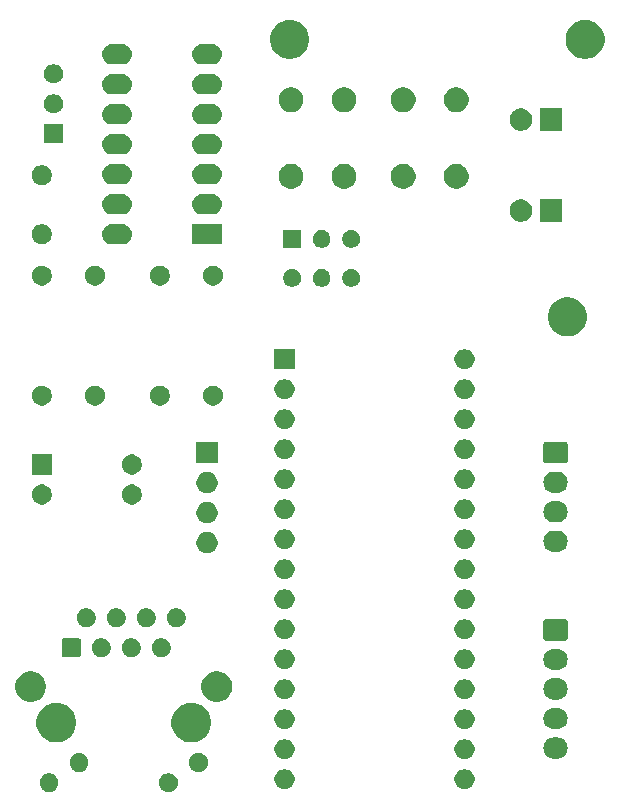
<source format=gbs>
G04 #@! TF.GenerationSoftware,KiCad,Pcbnew,(5.1.5)-2*
G04 #@! TF.CreationDate,2020-03-29T18:21:27+09:00*
G04 #@! TF.ProjectId,circuit_master_ver.2.1.0,63697263-7569-4745-9f6d-61737465725f,rev?*
G04 #@! TF.SameCoordinates,Original*
G04 #@! TF.FileFunction,Soldermask,Bot*
G04 #@! TF.FilePolarity,Negative*
%FSLAX46Y46*%
G04 Gerber Fmt 4.6, Leading zero omitted, Abs format (unit mm)*
G04 Created by KiCad (PCBNEW (5.1.5)-2) date 2020-03-29 18:21:27*
%MOMM*%
%LPD*%
G04 APERTURE LIST*
%ADD10C,0.100000*%
G04 APERTURE END LIST*
D10*
G36*
X50963642Y-171159781D02*
G01*
X51109414Y-171220162D01*
X51109416Y-171220163D01*
X51240608Y-171307822D01*
X51352178Y-171419392D01*
X51439837Y-171550584D01*
X51439838Y-171550586D01*
X51500219Y-171696358D01*
X51531000Y-171851107D01*
X51531000Y-172008893D01*
X51500219Y-172163642D01*
X51439838Y-172309414D01*
X51439837Y-172309416D01*
X51352178Y-172440608D01*
X51240608Y-172552178D01*
X51109416Y-172639837D01*
X51109415Y-172639838D01*
X51109414Y-172639838D01*
X50963642Y-172700219D01*
X50808893Y-172731000D01*
X50651107Y-172731000D01*
X50496358Y-172700219D01*
X50350586Y-172639838D01*
X50350585Y-172639838D01*
X50350584Y-172639837D01*
X50219392Y-172552178D01*
X50107822Y-172440608D01*
X50020163Y-172309416D01*
X50020162Y-172309414D01*
X49959781Y-172163642D01*
X49929000Y-172008893D01*
X49929000Y-171851107D01*
X49959781Y-171696358D01*
X50020162Y-171550586D01*
X50020163Y-171550584D01*
X50107822Y-171419392D01*
X50219392Y-171307822D01*
X50350584Y-171220163D01*
X50350586Y-171220162D01*
X50496358Y-171159781D01*
X50651107Y-171129000D01*
X50808893Y-171129000D01*
X50963642Y-171159781D01*
G37*
G36*
X40853642Y-171159781D02*
G01*
X40999414Y-171220162D01*
X40999416Y-171220163D01*
X41130608Y-171307822D01*
X41242178Y-171419392D01*
X41329837Y-171550584D01*
X41329838Y-171550586D01*
X41390219Y-171696358D01*
X41421000Y-171851107D01*
X41421000Y-172008893D01*
X41390219Y-172163642D01*
X41329838Y-172309414D01*
X41329837Y-172309416D01*
X41242178Y-172440608D01*
X41130608Y-172552178D01*
X40999416Y-172639837D01*
X40999415Y-172639838D01*
X40999414Y-172639838D01*
X40853642Y-172700219D01*
X40698893Y-172731000D01*
X40541107Y-172731000D01*
X40386358Y-172700219D01*
X40240586Y-172639838D01*
X40240585Y-172639838D01*
X40240584Y-172639837D01*
X40109392Y-172552178D01*
X39997822Y-172440608D01*
X39910163Y-172309416D01*
X39910162Y-172309414D01*
X39849781Y-172163642D01*
X39819000Y-172008893D01*
X39819000Y-171851107D01*
X39849781Y-171696358D01*
X39910162Y-171550586D01*
X39910163Y-171550584D01*
X39997822Y-171419392D01*
X40109392Y-171307822D01*
X40240584Y-171220163D01*
X40240586Y-171220162D01*
X40386358Y-171159781D01*
X40541107Y-171129000D01*
X40698893Y-171129000D01*
X40853642Y-171159781D01*
G37*
G36*
X60803229Y-170826704D02*
G01*
X60958101Y-170890854D01*
X61097482Y-170983986D01*
X61216016Y-171102520D01*
X61309148Y-171241901D01*
X61373298Y-171396773D01*
X61406001Y-171561185D01*
X61406001Y-171728817D01*
X61373298Y-171893229D01*
X61309148Y-172048101D01*
X61216016Y-172187482D01*
X61097482Y-172306016D01*
X60958101Y-172399148D01*
X60803229Y-172463298D01*
X60638817Y-172496001D01*
X60471185Y-172496001D01*
X60306773Y-172463298D01*
X60151901Y-172399148D01*
X60012520Y-172306016D01*
X59893986Y-172187482D01*
X59800854Y-172048101D01*
X59736704Y-171893229D01*
X59704001Y-171728817D01*
X59704001Y-171561185D01*
X59736704Y-171396773D01*
X59800854Y-171241901D01*
X59893986Y-171102520D01*
X60012520Y-170983986D01*
X60151901Y-170890854D01*
X60306773Y-170826704D01*
X60471185Y-170794001D01*
X60638817Y-170794001D01*
X60803229Y-170826704D01*
G37*
G36*
X76043229Y-170826704D02*
G01*
X76198101Y-170890854D01*
X76337482Y-170983986D01*
X76456016Y-171102520D01*
X76549148Y-171241901D01*
X76613298Y-171396773D01*
X76646001Y-171561185D01*
X76646001Y-171728817D01*
X76613298Y-171893229D01*
X76549148Y-172048101D01*
X76456016Y-172187482D01*
X76337482Y-172306016D01*
X76198101Y-172399148D01*
X76043229Y-172463298D01*
X75878817Y-172496001D01*
X75711185Y-172496001D01*
X75546773Y-172463298D01*
X75391901Y-172399148D01*
X75252520Y-172306016D01*
X75133986Y-172187482D01*
X75040854Y-172048101D01*
X74976704Y-171893229D01*
X74944001Y-171728817D01*
X74944001Y-171561185D01*
X74976704Y-171396773D01*
X75040854Y-171241901D01*
X75133986Y-171102520D01*
X75252520Y-170983986D01*
X75391901Y-170890854D01*
X75546773Y-170826704D01*
X75711185Y-170794001D01*
X75878817Y-170794001D01*
X76043229Y-170826704D01*
G37*
G36*
X43393642Y-169459781D02*
G01*
X43510296Y-169508101D01*
X43539416Y-169520163D01*
X43670608Y-169607822D01*
X43782178Y-169719392D01*
X43860388Y-169836443D01*
X43869838Y-169850586D01*
X43930219Y-169996358D01*
X43961000Y-170151107D01*
X43961000Y-170308893D01*
X43930219Y-170463642D01*
X43869838Y-170609414D01*
X43869837Y-170609416D01*
X43782178Y-170740608D01*
X43670608Y-170852178D01*
X43539416Y-170939837D01*
X43539415Y-170939838D01*
X43539414Y-170939838D01*
X43393642Y-171000219D01*
X43238893Y-171031000D01*
X43081107Y-171031000D01*
X42926358Y-171000219D01*
X42780586Y-170939838D01*
X42780585Y-170939838D01*
X42780584Y-170939837D01*
X42649392Y-170852178D01*
X42537822Y-170740608D01*
X42450163Y-170609416D01*
X42450162Y-170609414D01*
X42389781Y-170463642D01*
X42359000Y-170308893D01*
X42359000Y-170151107D01*
X42389781Y-169996358D01*
X42450162Y-169850586D01*
X42459612Y-169836443D01*
X42537822Y-169719392D01*
X42649392Y-169607822D01*
X42780584Y-169520163D01*
X42809704Y-169508101D01*
X42926358Y-169459781D01*
X43081107Y-169429000D01*
X43238893Y-169429000D01*
X43393642Y-169459781D01*
G37*
G36*
X53503642Y-169459781D02*
G01*
X53620296Y-169508101D01*
X53649416Y-169520163D01*
X53780608Y-169607822D01*
X53892178Y-169719392D01*
X53970388Y-169836443D01*
X53979838Y-169850586D01*
X54040219Y-169996358D01*
X54071000Y-170151107D01*
X54071000Y-170308893D01*
X54040219Y-170463642D01*
X53979838Y-170609414D01*
X53979837Y-170609416D01*
X53892178Y-170740608D01*
X53780608Y-170852178D01*
X53649416Y-170939837D01*
X53649415Y-170939838D01*
X53649414Y-170939838D01*
X53503642Y-171000219D01*
X53348893Y-171031000D01*
X53191107Y-171031000D01*
X53036358Y-171000219D01*
X52890586Y-170939838D01*
X52890585Y-170939838D01*
X52890584Y-170939837D01*
X52759392Y-170852178D01*
X52647822Y-170740608D01*
X52560163Y-170609416D01*
X52560162Y-170609414D01*
X52499781Y-170463642D01*
X52469000Y-170308893D01*
X52469000Y-170151107D01*
X52499781Y-169996358D01*
X52560162Y-169850586D01*
X52569612Y-169836443D01*
X52647822Y-169719392D01*
X52759392Y-169607822D01*
X52890584Y-169520163D01*
X52919704Y-169508101D01*
X53036358Y-169459781D01*
X53191107Y-169429000D01*
X53348893Y-169429000D01*
X53503642Y-169459781D01*
G37*
G36*
X76043229Y-168286704D02*
G01*
X76198101Y-168350854D01*
X76337482Y-168443986D01*
X76456016Y-168562520D01*
X76549148Y-168701901D01*
X76613298Y-168856773D01*
X76646001Y-169021185D01*
X76646001Y-169188817D01*
X76613298Y-169353229D01*
X76549148Y-169508101D01*
X76456016Y-169647482D01*
X76337482Y-169766016D01*
X76198101Y-169859148D01*
X76043229Y-169923298D01*
X75878817Y-169956001D01*
X75711185Y-169956001D01*
X75546773Y-169923298D01*
X75391901Y-169859148D01*
X75252520Y-169766016D01*
X75133986Y-169647482D01*
X75040854Y-169508101D01*
X74976704Y-169353229D01*
X74944001Y-169188817D01*
X74944001Y-169021185D01*
X74976704Y-168856773D01*
X75040854Y-168701901D01*
X75133986Y-168562520D01*
X75252520Y-168443986D01*
X75391901Y-168350854D01*
X75546773Y-168286704D01*
X75711185Y-168254001D01*
X75878817Y-168254001D01*
X76043229Y-168286704D01*
G37*
G36*
X60803229Y-168286704D02*
G01*
X60958101Y-168350854D01*
X61097482Y-168443986D01*
X61216016Y-168562520D01*
X61309148Y-168701901D01*
X61373298Y-168856773D01*
X61406001Y-169021185D01*
X61406001Y-169188817D01*
X61373298Y-169353229D01*
X61309148Y-169508101D01*
X61216016Y-169647482D01*
X61097482Y-169766016D01*
X60958101Y-169859148D01*
X60803229Y-169923298D01*
X60638817Y-169956001D01*
X60471185Y-169956001D01*
X60306773Y-169923298D01*
X60151901Y-169859148D01*
X60012520Y-169766016D01*
X59893986Y-169647482D01*
X59800854Y-169508101D01*
X59736704Y-169353229D01*
X59704001Y-169188817D01*
X59704001Y-169021185D01*
X59736704Y-168856773D01*
X59800854Y-168701901D01*
X59893986Y-168562520D01*
X60012520Y-168443986D01*
X60151901Y-168350854D01*
X60306773Y-168286704D01*
X60471185Y-168254001D01*
X60638817Y-168254001D01*
X60803229Y-168286704D01*
G37*
G36*
X83735442Y-168105518D02*
G01*
X83801627Y-168112037D01*
X83971466Y-168163557D01*
X84127991Y-168247222D01*
X84136251Y-168254001D01*
X84265186Y-168359814D01*
X84334263Y-168443986D01*
X84377778Y-168497009D01*
X84461443Y-168653534D01*
X84512963Y-168823373D01*
X84530359Y-169000000D01*
X84512963Y-169176627D01*
X84461443Y-169346466D01*
X84377778Y-169502991D01*
X84373584Y-169508101D01*
X84265186Y-169640186D01*
X84163729Y-169723448D01*
X84127991Y-169752778D01*
X83971466Y-169836443D01*
X83801627Y-169887963D01*
X83735442Y-169894482D01*
X83669260Y-169901000D01*
X83330740Y-169901000D01*
X83264558Y-169894482D01*
X83198373Y-169887963D01*
X83028534Y-169836443D01*
X82872009Y-169752778D01*
X82836271Y-169723448D01*
X82734814Y-169640186D01*
X82626416Y-169508101D01*
X82622222Y-169502991D01*
X82538557Y-169346466D01*
X82487037Y-169176627D01*
X82469641Y-169000000D01*
X82487037Y-168823373D01*
X82538557Y-168653534D01*
X82622222Y-168497009D01*
X82665737Y-168443986D01*
X82734814Y-168359814D01*
X82863749Y-168254001D01*
X82872009Y-168247222D01*
X83028534Y-168163557D01*
X83198373Y-168112037D01*
X83264558Y-168105518D01*
X83330740Y-168099000D01*
X83669260Y-168099000D01*
X83735442Y-168105518D01*
G37*
G36*
X52986971Y-165206204D02*
G01*
X53148871Y-165238408D01*
X53453883Y-165364748D01*
X53728387Y-165548166D01*
X53961834Y-165781613D01*
X54145252Y-166056117D01*
X54271592Y-166361129D01*
X54271592Y-166361130D01*
X54334349Y-166676625D01*
X54336000Y-166684928D01*
X54336000Y-167015072D01*
X54271592Y-167338871D01*
X54145252Y-167643883D01*
X53961834Y-167918387D01*
X53728387Y-168151834D01*
X53453883Y-168335252D01*
X53148871Y-168461592D01*
X52825073Y-168526000D01*
X52494927Y-168526000D01*
X52171129Y-168461592D01*
X51866117Y-168335252D01*
X51591613Y-168151834D01*
X51358166Y-167918387D01*
X51174748Y-167643883D01*
X51048408Y-167338871D01*
X50984000Y-167015072D01*
X50984000Y-166684928D01*
X50985652Y-166676625D01*
X51048408Y-166361130D01*
X51048408Y-166361129D01*
X51174748Y-166056117D01*
X51358166Y-165781613D01*
X51591613Y-165548166D01*
X51866117Y-165364748D01*
X52171129Y-165238408D01*
X52333029Y-165206204D01*
X52494927Y-165174000D01*
X52825073Y-165174000D01*
X52986971Y-165206204D01*
G37*
G36*
X41556971Y-165206204D02*
G01*
X41718871Y-165238408D01*
X42023883Y-165364748D01*
X42298387Y-165548166D01*
X42531834Y-165781613D01*
X42715252Y-166056117D01*
X42841592Y-166361129D01*
X42841592Y-166361130D01*
X42904349Y-166676625D01*
X42906000Y-166684928D01*
X42906000Y-167015072D01*
X42841592Y-167338871D01*
X42715252Y-167643883D01*
X42531834Y-167918387D01*
X42298387Y-168151834D01*
X42023883Y-168335252D01*
X41718871Y-168461592D01*
X41395073Y-168526000D01*
X41064927Y-168526000D01*
X40741129Y-168461592D01*
X40436117Y-168335252D01*
X40161613Y-168151834D01*
X39928166Y-167918387D01*
X39744748Y-167643883D01*
X39618408Y-167338871D01*
X39554000Y-167015072D01*
X39554000Y-166684928D01*
X39555652Y-166676625D01*
X39618408Y-166361130D01*
X39618408Y-166361129D01*
X39744748Y-166056117D01*
X39928166Y-165781613D01*
X40161613Y-165548166D01*
X40436117Y-165364748D01*
X40741129Y-165238408D01*
X40903029Y-165206204D01*
X41064927Y-165174000D01*
X41395073Y-165174000D01*
X41556971Y-165206204D01*
G37*
G36*
X76043229Y-165746704D02*
G01*
X76198101Y-165810854D01*
X76337482Y-165903986D01*
X76456016Y-166022520D01*
X76549148Y-166161901D01*
X76613298Y-166316773D01*
X76646001Y-166481185D01*
X76646001Y-166648817D01*
X76613298Y-166813229D01*
X76549148Y-166968101D01*
X76456016Y-167107482D01*
X76337482Y-167226016D01*
X76198101Y-167319148D01*
X76043229Y-167383298D01*
X75878817Y-167416001D01*
X75711185Y-167416001D01*
X75546773Y-167383298D01*
X75391901Y-167319148D01*
X75252520Y-167226016D01*
X75133986Y-167107482D01*
X75040854Y-166968101D01*
X74976704Y-166813229D01*
X74944001Y-166648817D01*
X74944001Y-166481185D01*
X74976704Y-166316773D01*
X75040854Y-166161901D01*
X75133986Y-166022520D01*
X75252520Y-165903986D01*
X75391901Y-165810854D01*
X75546773Y-165746704D01*
X75711185Y-165714001D01*
X75878817Y-165714001D01*
X76043229Y-165746704D01*
G37*
G36*
X60803229Y-165746704D02*
G01*
X60958101Y-165810854D01*
X61097482Y-165903986D01*
X61216016Y-166022520D01*
X61309148Y-166161901D01*
X61373298Y-166316773D01*
X61406001Y-166481185D01*
X61406001Y-166648817D01*
X61373298Y-166813229D01*
X61309148Y-166968101D01*
X61216016Y-167107482D01*
X61097482Y-167226016D01*
X60958101Y-167319148D01*
X60803229Y-167383298D01*
X60638817Y-167416001D01*
X60471185Y-167416001D01*
X60306773Y-167383298D01*
X60151901Y-167319148D01*
X60012520Y-167226016D01*
X59893986Y-167107482D01*
X59800854Y-166968101D01*
X59736704Y-166813229D01*
X59704001Y-166648817D01*
X59704001Y-166481185D01*
X59736704Y-166316773D01*
X59800854Y-166161901D01*
X59893986Y-166022520D01*
X60012520Y-165903986D01*
X60151901Y-165810854D01*
X60306773Y-165746704D01*
X60471185Y-165714001D01*
X60638817Y-165714001D01*
X60803229Y-165746704D01*
G37*
G36*
X83735442Y-165605518D02*
G01*
X83801627Y-165612037D01*
X83971466Y-165663557D01*
X84127991Y-165747222D01*
X84163729Y-165776552D01*
X84265186Y-165859814D01*
X84348448Y-165961271D01*
X84377778Y-165997009D01*
X84461443Y-166153534D01*
X84512963Y-166323373D01*
X84530359Y-166500000D01*
X84512963Y-166676627D01*
X84461443Y-166846466D01*
X84377778Y-167002991D01*
X84367863Y-167015072D01*
X84265186Y-167140186D01*
X84163729Y-167223448D01*
X84127991Y-167252778D01*
X83971466Y-167336443D01*
X83801627Y-167387963D01*
X83735442Y-167394482D01*
X83669260Y-167401000D01*
X83330740Y-167401000D01*
X83264558Y-167394482D01*
X83198373Y-167387963D01*
X83028534Y-167336443D01*
X82872009Y-167252778D01*
X82836271Y-167223448D01*
X82734814Y-167140186D01*
X82632137Y-167015072D01*
X82622222Y-167002991D01*
X82538557Y-166846466D01*
X82487037Y-166676627D01*
X82469641Y-166500000D01*
X82487037Y-166323373D01*
X82538557Y-166153534D01*
X82622222Y-165997009D01*
X82651552Y-165961271D01*
X82734814Y-165859814D01*
X82836271Y-165776552D01*
X82872009Y-165747222D01*
X83028534Y-165663557D01*
X83198373Y-165612037D01*
X83264558Y-165605518D01*
X83330740Y-165599000D01*
X83669260Y-165599000D01*
X83735442Y-165605518D01*
G37*
G36*
X55199487Y-162548996D02*
G01*
X55436253Y-162647068D01*
X55436255Y-162647069D01*
X55649339Y-162789447D01*
X55830553Y-162970661D01*
X55972932Y-163183747D01*
X56071004Y-163420513D01*
X56121000Y-163671861D01*
X56121000Y-163928139D01*
X56071004Y-164179487D01*
X56032174Y-164273230D01*
X55972931Y-164416255D01*
X55830553Y-164629339D01*
X55649339Y-164810553D01*
X55436255Y-164952931D01*
X55436254Y-164952932D01*
X55436253Y-164952932D01*
X55199487Y-165051004D01*
X54948139Y-165101000D01*
X54691861Y-165101000D01*
X54440513Y-165051004D01*
X54203747Y-164952932D01*
X54203746Y-164952932D01*
X54203745Y-164952931D01*
X53990661Y-164810553D01*
X53809447Y-164629339D01*
X53667069Y-164416255D01*
X53607826Y-164273230D01*
X53568996Y-164179487D01*
X53519000Y-163928139D01*
X53519000Y-163671861D01*
X53568996Y-163420513D01*
X53667068Y-163183747D01*
X53809447Y-162970661D01*
X53990661Y-162789447D01*
X54203745Y-162647069D01*
X54203747Y-162647068D01*
X54440513Y-162548996D01*
X54691861Y-162499000D01*
X54948139Y-162499000D01*
X55199487Y-162548996D01*
G37*
G36*
X39449487Y-162548996D02*
G01*
X39686253Y-162647068D01*
X39686255Y-162647069D01*
X39899339Y-162789447D01*
X40080553Y-162970661D01*
X40222932Y-163183747D01*
X40321004Y-163420513D01*
X40371000Y-163671861D01*
X40371000Y-163928139D01*
X40321004Y-164179487D01*
X40282174Y-164273230D01*
X40222931Y-164416255D01*
X40080553Y-164629339D01*
X39899339Y-164810553D01*
X39686255Y-164952931D01*
X39686254Y-164952932D01*
X39686253Y-164952932D01*
X39449487Y-165051004D01*
X39198139Y-165101000D01*
X38941861Y-165101000D01*
X38690513Y-165051004D01*
X38453747Y-164952932D01*
X38453746Y-164952932D01*
X38453745Y-164952931D01*
X38240661Y-164810553D01*
X38059447Y-164629339D01*
X37917069Y-164416255D01*
X37857826Y-164273230D01*
X37818996Y-164179487D01*
X37769000Y-163928139D01*
X37769000Y-163671861D01*
X37818996Y-163420513D01*
X37917068Y-163183747D01*
X38059447Y-162970661D01*
X38240661Y-162789447D01*
X38453745Y-162647069D01*
X38453747Y-162647068D01*
X38690513Y-162548996D01*
X38941861Y-162499000D01*
X39198139Y-162499000D01*
X39449487Y-162548996D01*
G37*
G36*
X83735442Y-163105518D02*
G01*
X83801627Y-163112037D01*
X83971466Y-163163557D01*
X84127991Y-163247222D01*
X84156785Y-163270853D01*
X84265186Y-163359814D01*
X84348448Y-163461271D01*
X84377778Y-163497009D01*
X84461443Y-163653534D01*
X84512963Y-163823373D01*
X84530359Y-164000000D01*
X84512963Y-164176627D01*
X84461443Y-164346466D01*
X84377778Y-164502991D01*
X84348448Y-164538729D01*
X84265186Y-164640186D01*
X84163729Y-164723448D01*
X84127991Y-164752778D01*
X83971466Y-164836443D01*
X83801627Y-164887963D01*
X83735443Y-164894481D01*
X83669260Y-164901000D01*
X83330740Y-164901000D01*
X83264557Y-164894481D01*
X83198373Y-164887963D01*
X83028534Y-164836443D01*
X82872009Y-164752778D01*
X82836271Y-164723448D01*
X82734814Y-164640186D01*
X82651552Y-164538729D01*
X82622222Y-164502991D01*
X82538557Y-164346466D01*
X82487037Y-164176627D01*
X82469641Y-164000000D01*
X82487037Y-163823373D01*
X82538557Y-163653534D01*
X82622222Y-163497009D01*
X82651552Y-163461271D01*
X82734814Y-163359814D01*
X82843215Y-163270853D01*
X82872009Y-163247222D01*
X83028534Y-163163557D01*
X83198373Y-163112037D01*
X83264558Y-163105518D01*
X83330740Y-163099000D01*
X83669260Y-163099000D01*
X83735442Y-163105518D01*
G37*
G36*
X60803229Y-163206704D02*
G01*
X60958101Y-163270854D01*
X61097482Y-163363986D01*
X61216016Y-163482520D01*
X61309148Y-163621901D01*
X61373298Y-163776773D01*
X61406001Y-163941185D01*
X61406001Y-164108817D01*
X61373298Y-164273229D01*
X61309148Y-164428101D01*
X61216016Y-164567482D01*
X61097482Y-164686016D01*
X60958101Y-164779148D01*
X60803229Y-164843298D01*
X60638817Y-164876001D01*
X60471185Y-164876001D01*
X60306773Y-164843298D01*
X60151901Y-164779148D01*
X60012520Y-164686016D01*
X59893986Y-164567482D01*
X59800854Y-164428101D01*
X59736704Y-164273229D01*
X59704001Y-164108817D01*
X59704001Y-163941185D01*
X59736704Y-163776773D01*
X59800854Y-163621901D01*
X59893986Y-163482520D01*
X60012520Y-163363986D01*
X60151901Y-163270854D01*
X60306773Y-163206704D01*
X60471185Y-163174001D01*
X60638817Y-163174001D01*
X60803229Y-163206704D01*
G37*
G36*
X76043229Y-163206704D02*
G01*
X76198101Y-163270854D01*
X76337482Y-163363986D01*
X76456016Y-163482520D01*
X76549148Y-163621901D01*
X76613298Y-163776773D01*
X76646001Y-163941185D01*
X76646001Y-164108817D01*
X76613298Y-164273229D01*
X76549148Y-164428101D01*
X76456016Y-164567482D01*
X76337482Y-164686016D01*
X76198101Y-164779148D01*
X76043229Y-164843298D01*
X75878817Y-164876001D01*
X75711185Y-164876001D01*
X75546773Y-164843298D01*
X75391901Y-164779148D01*
X75252520Y-164686016D01*
X75133986Y-164567482D01*
X75040854Y-164428101D01*
X74976704Y-164273229D01*
X74944001Y-164108817D01*
X74944001Y-163941185D01*
X74976704Y-163776773D01*
X75040854Y-163621901D01*
X75133986Y-163482520D01*
X75252520Y-163363986D01*
X75391901Y-163270854D01*
X75546773Y-163206704D01*
X75711185Y-163174001D01*
X75878817Y-163174001D01*
X76043229Y-163206704D01*
G37*
G36*
X83735442Y-160605518D02*
G01*
X83801627Y-160612037D01*
X83971466Y-160663557D01*
X84127991Y-160747222D01*
X84163729Y-160776552D01*
X84265186Y-160859814D01*
X84333060Y-160942520D01*
X84377778Y-160997009D01*
X84461443Y-161153534D01*
X84512963Y-161323373D01*
X84530359Y-161500000D01*
X84512963Y-161676627D01*
X84461443Y-161846466D01*
X84377778Y-162002991D01*
X84348448Y-162038729D01*
X84265186Y-162140186D01*
X84163729Y-162223448D01*
X84127991Y-162252778D01*
X83971466Y-162336443D01*
X83801627Y-162387963D01*
X83735442Y-162394482D01*
X83669260Y-162401000D01*
X83330740Y-162401000D01*
X83264558Y-162394482D01*
X83198373Y-162387963D01*
X83028534Y-162336443D01*
X82872009Y-162252778D01*
X82836271Y-162223448D01*
X82734814Y-162140186D01*
X82651552Y-162038729D01*
X82622222Y-162002991D01*
X82538557Y-161846466D01*
X82487037Y-161676627D01*
X82469641Y-161500000D01*
X82487037Y-161323373D01*
X82538557Y-161153534D01*
X82622222Y-160997009D01*
X82666940Y-160942520D01*
X82734814Y-160859814D01*
X82836271Y-160776552D01*
X82872009Y-160747222D01*
X83028534Y-160663557D01*
X83198373Y-160612037D01*
X83264558Y-160605518D01*
X83330740Y-160599000D01*
X83669260Y-160599000D01*
X83735442Y-160605518D01*
G37*
G36*
X60803229Y-160666704D02*
G01*
X60958101Y-160730854D01*
X61097482Y-160823986D01*
X61216016Y-160942520D01*
X61309148Y-161081901D01*
X61373298Y-161236773D01*
X61406001Y-161401185D01*
X61406001Y-161568817D01*
X61373298Y-161733229D01*
X61309148Y-161888101D01*
X61216016Y-162027482D01*
X61097482Y-162146016D01*
X60958101Y-162239148D01*
X60803229Y-162303298D01*
X60638817Y-162336001D01*
X60471185Y-162336001D01*
X60306773Y-162303298D01*
X60151901Y-162239148D01*
X60012520Y-162146016D01*
X59893986Y-162027482D01*
X59800854Y-161888101D01*
X59736704Y-161733229D01*
X59704001Y-161568817D01*
X59704001Y-161401185D01*
X59736704Y-161236773D01*
X59800854Y-161081901D01*
X59893986Y-160942520D01*
X60012520Y-160823986D01*
X60151901Y-160730854D01*
X60306773Y-160666704D01*
X60471185Y-160634001D01*
X60638817Y-160634001D01*
X60803229Y-160666704D01*
G37*
G36*
X76043229Y-160666704D02*
G01*
X76198101Y-160730854D01*
X76337482Y-160823986D01*
X76456016Y-160942520D01*
X76549148Y-161081901D01*
X76613298Y-161236773D01*
X76646001Y-161401185D01*
X76646001Y-161568817D01*
X76613298Y-161733229D01*
X76549148Y-161888101D01*
X76456016Y-162027482D01*
X76337482Y-162146016D01*
X76198101Y-162239148D01*
X76043229Y-162303298D01*
X75878817Y-162336001D01*
X75711185Y-162336001D01*
X75546773Y-162303298D01*
X75391901Y-162239148D01*
X75252520Y-162146016D01*
X75133986Y-162027482D01*
X75040854Y-161888101D01*
X74976704Y-161733229D01*
X74944001Y-161568817D01*
X74944001Y-161401185D01*
X74976704Y-161236773D01*
X75040854Y-161081901D01*
X75133986Y-160942520D01*
X75252520Y-160823986D01*
X75391901Y-160730854D01*
X75546773Y-160666704D01*
X75711185Y-160634001D01*
X75878817Y-160634001D01*
X76043229Y-160666704D01*
G37*
G36*
X45273642Y-159729781D02*
G01*
X45397872Y-159781239D01*
X45419416Y-159790163D01*
X45550608Y-159877822D01*
X45662178Y-159989392D01*
X45749837Y-160120584D01*
X45749838Y-160120586D01*
X45810219Y-160266358D01*
X45841000Y-160421107D01*
X45841000Y-160578893D01*
X45810219Y-160733642D01*
X45757956Y-160859815D01*
X45749837Y-160879416D01*
X45662178Y-161010608D01*
X45550608Y-161122178D01*
X45419416Y-161209837D01*
X45419415Y-161209838D01*
X45419414Y-161209838D01*
X45273642Y-161270219D01*
X45118893Y-161301000D01*
X44961107Y-161301000D01*
X44806358Y-161270219D01*
X44660586Y-161209838D01*
X44660585Y-161209838D01*
X44660584Y-161209837D01*
X44529392Y-161122178D01*
X44417822Y-161010608D01*
X44330163Y-160879416D01*
X44322044Y-160859815D01*
X44269781Y-160733642D01*
X44239000Y-160578893D01*
X44239000Y-160421107D01*
X44269781Y-160266358D01*
X44330162Y-160120586D01*
X44330163Y-160120584D01*
X44417822Y-159989392D01*
X44529392Y-159877822D01*
X44660584Y-159790163D01*
X44682128Y-159781239D01*
X44806358Y-159729781D01*
X44961107Y-159699000D01*
X45118893Y-159699000D01*
X45273642Y-159729781D01*
G37*
G36*
X43152546Y-159703134D02*
G01*
X43187010Y-159713589D01*
X43218761Y-159730560D01*
X43246597Y-159753403D01*
X43269440Y-159781239D01*
X43286411Y-159812990D01*
X43296866Y-159847454D01*
X43301000Y-159889425D01*
X43301000Y-161110575D01*
X43296866Y-161152546D01*
X43286411Y-161187010D01*
X43269440Y-161218761D01*
X43246597Y-161246597D01*
X43218761Y-161269440D01*
X43187010Y-161286411D01*
X43152546Y-161296866D01*
X43110575Y-161301000D01*
X41889425Y-161301000D01*
X41847454Y-161296866D01*
X41812990Y-161286411D01*
X41781239Y-161269440D01*
X41753403Y-161246597D01*
X41730560Y-161218761D01*
X41713589Y-161187010D01*
X41703134Y-161152546D01*
X41699000Y-161110575D01*
X41699000Y-159889425D01*
X41703134Y-159847454D01*
X41713589Y-159812990D01*
X41730560Y-159781239D01*
X41753403Y-159753403D01*
X41781239Y-159730560D01*
X41812990Y-159713589D01*
X41847454Y-159703134D01*
X41889425Y-159699000D01*
X43110575Y-159699000D01*
X43152546Y-159703134D01*
G37*
G36*
X47813642Y-159729781D02*
G01*
X47937872Y-159781239D01*
X47959416Y-159790163D01*
X48090608Y-159877822D01*
X48202178Y-159989392D01*
X48289837Y-160120584D01*
X48289838Y-160120586D01*
X48350219Y-160266358D01*
X48381000Y-160421107D01*
X48381000Y-160578893D01*
X48350219Y-160733642D01*
X48297956Y-160859815D01*
X48289837Y-160879416D01*
X48202178Y-161010608D01*
X48090608Y-161122178D01*
X47959416Y-161209837D01*
X47959415Y-161209838D01*
X47959414Y-161209838D01*
X47813642Y-161270219D01*
X47658893Y-161301000D01*
X47501107Y-161301000D01*
X47346358Y-161270219D01*
X47200586Y-161209838D01*
X47200585Y-161209838D01*
X47200584Y-161209837D01*
X47069392Y-161122178D01*
X46957822Y-161010608D01*
X46870163Y-160879416D01*
X46862044Y-160859815D01*
X46809781Y-160733642D01*
X46779000Y-160578893D01*
X46779000Y-160421107D01*
X46809781Y-160266358D01*
X46870162Y-160120586D01*
X46870163Y-160120584D01*
X46957822Y-159989392D01*
X47069392Y-159877822D01*
X47200584Y-159790163D01*
X47222128Y-159781239D01*
X47346358Y-159729781D01*
X47501107Y-159699000D01*
X47658893Y-159699000D01*
X47813642Y-159729781D01*
G37*
G36*
X50353642Y-159729781D02*
G01*
X50477872Y-159781239D01*
X50499416Y-159790163D01*
X50630608Y-159877822D01*
X50742178Y-159989392D01*
X50829837Y-160120584D01*
X50829838Y-160120586D01*
X50890219Y-160266358D01*
X50921000Y-160421107D01*
X50921000Y-160578893D01*
X50890219Y-160733642D01*
X50837956Y-160859815D01*
X50829837Y-160879416D01*
X50742178Y-161010608D01*
X50630608Y-161122178D01*
X50499416Y-161209837D01*
X50499415Y-161209838D01*
X50499414Y-161209838D01*
X50353642Y-161270219D01*
X50198893Y-161301000D01*
X50041107Y-161301000D01*
X49886358Y-161270219D01*
X49740586Y-161209838D01*
X49740585Y-161209838D01*
X49740584Y-161209837D01*
X49609392Y-161122178D01*
X49497822Y-161010608D01*
X49410163Y-160879416D01*
X49402044Y-160859815D01*
X49349781Y-160733642D01*
X49319000Y-160578893D01*
X49319000Y-160421107D01*
X49349781Y-160266358D01*
X49410162Y-160120586D01*
X49410163Y-160120584D01*
X49497822Y-159989392D01*
X49609392Y-159877822D01*
X49740584Y-159790163D01*
X49762128Y-159781239D01*
X49886358Y-159729781D01*
X50041107Y-159699000D01*
X50198893Y-159699000D01*
X50353642Y-159729781D01*
G37*
G36*
X84383600Y-158102989D02*
G01*
X84416652Y-158113015D01*
X84447103Y-158129292D01*
X84473799Y-158151201D01*
X84495708Y-158177897D01*
X84511985Y-158208348D01*
X84522011Y-158241400D01*
X84526000Y-158281903D01*
X84526000Y-159718097D01*
X84522011Y-159758600D01*
X84511985Y-159791652D01*
X84495708Y-159822103D01*
X84473799Y-159848799D01*
X84447103Y-159870708D01*
X84416652Y-159886985D01*
X84383600Y-159897011D01*
X84343097Y-159901000D01*
X82656903Y-159901000D01*
X82616400Y-159897011D01*
X82583348Y-159886985D01*
X82552897Y-159870708D01*
X82526201Y-159848799D01*
X82504292Y-159822103D01*
X82488015Y-159791652D01*
X82477989Y-159758600D01*
X82474000Y-159718097D01*
X82474000Y-158281903D01*
X82477989Y-158241400D01*
X82488015Y-158208348D01*
X82504292Y-158177897D01*
X82526201Y-158151201D01*
X82552897Y-158129292D01*
X82583348Y-158113015D01*
X82616400Y-158102989D01*
X82656903Y-158099000D01*
X84343097Y-158099000D01*
X84383600Y-158102989D01*
G37*
G36*
X60803229Y-158126704D02*
G01*
X60958101Y-158190854D01*
X61097482Y-158283986D01*
X61216016Y-158402520D01*
X61309148Y-158541901D01*
X61373298Y-158696773D01*
X61406001Y-158861185D01*
X61406001Y-159028817D01*
X61373298Y-159193229D01*
X61309148Y-159348101D01*
X61216016Y-159487482D01*
X61097482Y-159606016D01*
X60958101Y-159699148D01*
X60803229Y-159763298D01*
X60638817Y-159796001D01*
X60471185Y-159796001D01*
X60306773Y-159763298D01*
X60151901Y-159699148D01*
X60012520Y-159606016D01*
X59893986Y-159487482D01*
X59800854Y-159348101D01*
X59736704Y-159193229D01*
X59704001Y-159028817D01*
X59704001Y-158861185D01*
X59736704Y-158696773D01*
X59800854Y-158541901D01*
X59893986Y-158402520D01*
X60012520Y-158283986D01*
X60151901Y-158190854D01*
X60306773Y-158126704D01*
X60471185Y-158094001D01*
X60638817Y-158094001D01*
X60803229Y-158126704D01*
G37*
G36*
X76043229Y-158126704D02*
G01*
X76198101Y-158190854D01*
X76337482Y-158283986D01*
X76456016Y-158402520D01*
X76549148Y-158541901D01*
X76613298Y-158696773D01*
X76646001Y-158861185D01*
X76646001Y-159028817D01*
X76613298Y-159193229D01*
X76549148Y-159348101D01*
X76456016Y-159487482D01*
X76337482Y-159606016D01*
X76198101Y-159699148D01*
X76043229Y-159763298D01*
X75878817Y-159796001D01*
X75711185Y-159796001D01*
X75546773Y-159763298D01*
X75391901Y-159699148D01*
X75252520Y-159606016D01*
X75133986Y-159487482D01*
X75040854Y-159348101D01*
X74976704Y-159193229D01*
X74944001Y-159028817D01*
X74944001Y-158861185D01*
X74976704Y-158696773D01*
X75040854Y-158541901D01*
X75133986Y-158402520D01*
X75252520Y-158283986D01*
X75391901Y-158190854D01*
X75546773Y-158126704D01*
X75711185Y-158094001D01*
X75878817Y-158094001D01*
X76043229Y-158126704D01*
G37*
G36*
X46543642Y-157189781D02*
G01*
X46689414Y-157250162D01*
X46689416Y-157250163D01*
X46820608Y-157337822D01*
X46932178Y-157449392D01*
X47019837Y-157580584D01*
X47019838Y-157580586D01*
X47080219Y-157726358D01*
X47111000Y-157881107D01*
X47111000Y-158038893D01*
X47080219Y-158193642D01*
X47019838Y-158339414D01*
X47019837Y-158339416D01*
X46932178Y-158470608D01*
X46820608Y-158582178D01*
X46689416Y-158669837D01*
X46689415Y-158669838D01*
X46689414Y-158669838D01*
X46543642Y-158730219D01*
X46388893Y-158761000D01*
X46231107Y-158761000D01*
X46076358Y-158730219D01*
X45930586Y-158669838D01*
X45930585Y-158669838D01*
X45930584Y-158669837D01*
X45799392Y-158582178D01*
X45687822Y-158470608D01*
X45600163Y-158339416D01*
X45600162Y-158339414D01*
X45539781Y-158193642D01*
X45509000Y-158038893D01*
X45509000Y-157881107D01*
X45539781Y-157726358D01*
X45600162Y-157580586D01*
X45600163Y-157580584D01*
X45687822Y-157449392D01*
X45799392Y-157337822D01*
X45930584Y-157250163D01*
X45930586Y-157250162D01*
X46076358Y-157189781D01*
X46231107Y-157159000D01*
X46388893Y-157159000D01*
X46543642Y-157189781D01*
G37*
G36*
X51623642Y-157189781D02*
G01*
X51769414Y-157250162D01*
X51769416Y-157250163D01*
X51900608Y-157337822D01*
X52012178Y-157449392D01*
X52099837Y-157580584D01*
X52099838Y-157580586D01*
X52160219Y-157726358D01*
X52191000Y-157881107D01*
X52191000Y-158038893D01*
X52160219Y-158193642D01*
X52099838Y-158339414D01*
X52099837Y-158339416D01*
X52012178Y-158470608D01*
X51900608Y-158582178D01*
X51769416Y-158669837D01*
X51769415Y-158669838D01*
X51769414Y-158669838D01*
X51623642Y-158730219D01*
X51468893Y-158761000D01*
X51311107Y-158761000D01*
X51156358Y-158730219D01*
X51010586Y-158669838D01*
X51010585Y-158669838D01*
X51010584Y-158669837D01*
X50879392Y-158582178D01*
X50767822Y-158470608D01*
X50680163Y-158339416D01*
X50680162Y-158339414D01*
X50619781Y-158193642D01*
X50589000Y-158038893D01*
X50589000Y-157881107D01*
X50619781Y-157726358D01*
X50680162Y-157580586D01*
X50680163Y-157580584D01*
X50767822Y-157449392D01*
X50879392Y-157337822D01*
X51010584Y-157250163D01*
X51010586Y-157250162D01*
X51156358Y-157189781D01*
X51311107Y-157159000D01*
X51468893Y-157159000D01*
X51623642Y-157189781D01*
G37*
G36*
X49083642Y-157189781D02*
G01*
X49229414Y-157250162D01*
X49229416Y-157250163D01*
X49360608Y-157337822D01*
X49472178Y-157449392D01*
X49559837Y-157580584D01*
X49559838Y-157580586D01*
X49620219Y-157726358D01*
X49651000Y-157881107D01*
X49651000Y-158038893D01*
X49620219Y-158193642D01*
X49559838Y-158339414D01*
X49559837Y-158339416D01*
X49472178Y-158470608D01*
X49360608Y-158582178D01*
X49229416Y-158669837D01*
X49229415Y-158669838D01*
X49229414Y-158669838D01*
X49083642Y-158730219D01*
X48928893Y-158761000D01*
X48771107Y-158761000D01*
X48616358Y-158730219D01*
X48470586Y-158669838D01*
X48470585Y-158669838D01*
X48470584Y-158669837D01*
X48339392Y-158582178D01*
X48227822Y-158470608D01*
X48140163Y-158339416D01*
X48140162Y-158339414D01*
X48079781Y-158193642D01*
X48049000Y-158038893D01*
X48049000Y-157881107D01*
X48079781Y-157726358D01*
X48140162Y-157580586D01*
X48140163Y-157580584D01*
X48227822Y-157449392D01*
X48339392Y-157337822D01*
X48470584Y-157250163D01*
X48470586Y-157250162D01*
X48616358Y-157189781D01*
X48771107Y-157159000D01*
X48928893Y-157159000D01*
X49083642Y-157189781D01*
G37*
G36*
X44003642Y-157189781D02*
G01*
X44149414Y-157250162D01*
X44149416Y-157250163D01*
X44280608Y-157337822D01*
X44392178Y-157449392D01*
X44479837Y-157580584D01*
X44479838Y-157580586D01*
X44540219Y-157726358D01*
X44571000Y-157881107D01*
X44571000Y-158038893D01*
X44540219Y-158193642D01*
X44479838Y-158339414D01*
X44479837Y-158339416D01*
X44392178Y-158470608D01*
X44280608Y-158582178D01*
X44149416Y-158669837D01*
X44149415Y-158669838D01*
X44149414Y-158669838D01*
X44003642Y-158730219D01*
X43848893Y-158761000D01*
X43691107Y-158761000D01*
X43536358Y-158730219D01*
X43390586Y-158669838D01*
X43390585Y-158669838D01*
X43390584Y-158669837D01*
X43259392Y-158582178D01*
X43147822Y-158470608D01*
X43060163Y-158339416D01*
X43060162Y-158339414D01*
X42999781Y-158193642D01*
X42969000Y-158038893D01*
X42969000Y-157881107D01*
X42999781Y-157726358D01*
X43060162Y-157580586D01*
X43060163Y-157580584D01*
X43147822Y-157449392D01*
X43259392Y-157337822D01*
X43390584Y-157250163D01*
X43390586Y-157250162D01*
X43536358Y-157189781D01*
X43691107Y-157159000D01*
X43848893Y-157159000D01*
X44003642Y-157189781D01*
G37*
G36*
X76043229Y-155586704D02*
G01*
X76198101Y-155650854D01*
X76337482Y-155743986D01*
X76456016Y-155862520D01*
X76549148Y-156001901D01*
X76613298Y-156156773D01*
X76646001Y-156321185D01*
X76646001Y-156488817D01*
X76613298Y-156653229D01*
X76549148Y-156808101D01*
X76456016Y-156947482D01*
X76337482Y-157066016D01*
X76198101Y-157159148D01*
X76043229Y-157223298D01*
X75878817Y-157256001D01*
X75711185Y-157256001D01*
X75546773Y-157223298D01*
X75391901Y-157159148D01*
X75252520Y-157066016D01*
X75133986Y-156947482D01*
X75040854Y-156808101D01*
X74976704Y-156653229D01*
X74944001Y-156488817D01*
X74944001Y-156321185D01*
X74976704Y-156156773D01*
X75040854Y-156001901D01*
X75133986Y-155862520D01*
X75252520Y-155743986D01*
X75391901Y-155650854D01*
X75546773Y-155586704D01*
X75711185Y-155554001D01*
X75878817Y-155554001D01*
X76043229Y-155586704D01*
G37*
G36*
X60803229Y-155586704D02*
G01*
X60958101Y-155650854D01*
X61097482Y-155743986D01*
X61216016Y-155862520D01*
X61309148Y-156001901D01*
X61373298Y-156156773D01*
X61406001Y-156321185D01*
X61406001Y-156488817D01*
X61373298Y-156653229D01*
X61309148Y-156808101D01*
X61216016Y-156947482D01*
X61097482Y-157066016D01*
X60958101Y-157159148D01*
X60803229Y-157223298D01*
X60638817Y-157256001D01*
X60471185Y-157256001D01*
X60306773Y-157223298D01*
X60151901Y-157159148D01*
X60012520Y-157066016D01*
X59893986Y-156947482D01*
X59800854Y-156808101D01*
X59736704Y-156653229D01*
X59704001Y-156488817D01*
X59704001Y-156321185D01*
X59736704Y-156156773D01*
X59800854Y-156001901D01*
X59893986Y-155862520D01*
X60012520Y-155743986D01*
X60151901Y-155650854D01*
X60306773Y-155586704D01*
X60471185Y-155554001D01*
X60638817Y-155554001D01*
X60803229Y-155586704D01*
G37*
G36*
X76043229Y-153046704D02*
G01*
X76198101Y-153110854D01*
X76337482Y-153203986D01*
X76456016Y-153322520D01*
X76549148Y-153461901D01*
X76613298Y-153616773D01*
X76646001Y-153781185D01*
X76646001Y-153948817D01*
X76613298Y-154113229D01*
X76549148Y-154268101D01*
X76456016Y-154407482D01*
X76337482Y-154526016D01*
X76198101Y-154619148D01*
X76043229Y-154683298D01*
X75878817Y-154716001D01*
X75711185Y-154716001D01*
X75546773Y-154683298D01*
X75391901Y-154619148D01*
X75252520Y-154526016D01*
X75133986Y-154407482D01*
X75040854Y-154268101D01*
X74976704Y-154113229D01*
X74944001Y-153948817D01*
X74944001Y-153781185D01*
X74976704Y-153616773D01*
X75040854Y-153461901D01*
X75133986Y-153322520D01*
X75252520Y-153203986D01*
X75391901Y-153110854D01*
X75546773Y-153046704D01*
X75711185Y-153014001D01*
X75878817Y-153014001D01*
X76043229Y-153046704D01*
G37*
G36*
X60803229Y-153046704D02*
G01*
X60958101Y-153110854D01*
X61097482Y-153203986D01*
X61216016Y-153322520D01*
X61309148Y-153461901D01*
X61373298Y-153616773D01*
X61406001Y-153781185D01*
X61406001Y-153948817D01*
X61373298Y-154113229D01*
X61309148Y-154268101D01*
X61216016Y-154407482D01*
X61097482Y-154526016D01*
X60958101Y-154619148D01*
X60803229Y-154683298D01*
X60638817Y-154716001D01*
X60471185Y-154716001D01*
X60306773Y-154683298D01*
X60151901Y-154619148D01*
X60012520Y-154526016D01*
X59893986Y-154407482D01*
X59800854Y-154268101D01*
X59736704Y-154113229D01*
X59704001Y-153948817D01*
X59704001Y-153781185D01*
X59736704Y-153616773D01*
X59800854Y-153461901D01*
X59893986Y-153322520D01*
X60012520Y-153203986D01*
X60151901Y-153110854D01*
X60306773Y-153046704D01*
X60471185Y-153014001D01*
X60638817Y-153014001D01*
X60803229Y-153046704D01*
G37*
G36*
X54113512Y-150723927D02*
G01*
X54262812Y-150753624D01*
X54426784Y-150821544D01*
X54574354Y-150920147D01*
X54699853Y-151045646D01*
X54798456Y-151193216D01*
X54866376Y-151357188D01*
X54901000Y-151531259D01*
X54901000Y-151708741D01*
X54866376Y-151882812D01*
X54798456Y-152046784D01*
X54699853Y-152194354D01*
X54574354Y-152319853D01*
X54426784Y-152418456D01*
X54262812Y-152486376D01*
X54113512Y-152516073D01*
X54088742Y-152521000D01*
X53911258Y-152521000D01*
X53886488Y-152516073D01*
X53737188Y-152486376D01*
X53573216Y-152418456D01*
X53425646Y-152319853D01*
X53300147Y-152194354D01*
X53201544Y-152046784D01*
X53133624Y-151882812D01*
X53099000Y-151708741D01*
X53099000Y-151531259D01*
X53133624Y-151357188D01*
X53201544Y-151193216D01*
X53300147Y-151045646D01*
X53425646Y-150920147D01*
X53573216Y-150821544D01*
X53737188Y-150753624D01*
X53886488Y-150723927D01*
X53911258Y-150719000D01*
X54088742Y-150719000D01*
X54113512Y-150723927D01*
G37*
G36*
X83735442Y-150605518D02*
G01*
X83801627Y-150612037D01*
X83971466Y-150663557D01*
X84127991Y-150747222D01*
X84163729Y-150776552D01*
X84265186Y-150859814D01*
X84348448Y-150961271D01*
X84377778Y-150997009D01*
X84461443Y-151153534D01*
X84512963Y-151323373D01*
X84530359Y-151500000D01*
X84512963Y-151676627D01*
X84461443Y-151846466D01*
X84377778Y-152002991D01*
X84348448Y-152038729D01*
X84265186Y-152140186D01*
X84163729Y-152223448D01*
X84127991Y-152252778D01*
X84127989Y-152252779D01*
X84002504Y-152319853D01*
X83971466Y-152336443D01*
X83801627Y-152387963D01*
X83735442Y-152394482D01*
X83669260Y-152401000D01*
X83330740Y-152401000D01*
X83264558Y-152394482D01*
X83198373Y-152387963D01*
X83028534Y-152336443D01*
X82997497Y-152319853D01*
X82872011Y-152252779D01*
X82872009Y-152252778D01*
X82836271Y-152223448D01*
X82734814Y-152140186D01*
X82651552Y-152038729D01*
X82622222Y-152002991D01*
X82538557Y-151846466D01*
X82487037Y-151676627D01*
X82469641Y-151500000D01*
X82487037Y-151323373D01*
X82538557Y-151153534D01*
X82622222Y-150997009D01*
X82651552Y-150961271D01*
X82734814Y-150859814D01*
X82836271Y-150776552D01*
X82872009Y-150747222D01*
X83028534Y-150663557D01*
X83198373Y-150612037D01*
X83264558Y-150605518D01*
X83330740Y-150599000D01*
X83669260Y-150599000D01*
X83735442Y-150605518D01*
G37*
G36*
X76043229Y-150506704D02*
G01*
X76198101Y-150570854D01*
X76337482Y-150663986D01*
X76456016Y-150782520D01*
X76549148Y-150921901D01*
X76613298Y-151076773D01*
X76646001Y-151241185D01*
X76646001Y-151408817D01*
X76613298Y-151573229D01*
X76549148Y-151728101D01*
X76456016Y-151867482D01*
X76337482Y-151986016D01*
X76198101Y-152079148D01*
X76043229Y-152143298D01*
X75878817Y-152176001D01*
X75711185Y-152176001D01*
X75546773Y-152143298D01*
X75391901Y-152079148D01*
X75252520Y-151986016D01*
X75133986Y-151867482D01*
X75040854Y-151728101D01*
X74976704Y-151573229D01*
X74944001Y-151408817D01*
X74944001Y-151241185D01*
X74976704Y-151076773D01*
X75040854Y-150921901D01*
X75133986Y-150782520D01*
X75252520Y-150663986D01*
X75391901Y-150570854D01*
X75546773Y-150506704D01*
X75711185Y-150474001D01*
X75878817Y-150474001D01*
X76043229Y-150506704D01*
G37*
G36*
X60803229Y-150506704D02*
G01*
X60958101Y-150570854D01*
X61097482Y-150663986D01*
X61216016Y-150782520D01*
X61309148Y-150921901D01*
X61373298Y-151076773D01*
X61406001Y-151241185D01*
X61406001Y-151408817D01*
X61373298Y-151573229D01*
X61309148Y-151728101D01*
X61216016Y-151867482D01*
X61097482Y-151986016D01*
X60958101Y-152079148D01*
X60803229Y-152143298D01*
X60638817Y-152176001D01*
X60471185Y-152176001D01*
X60306773Y-152143298D01*
X60151901Y-152079148D01*
X60012520Y-151986016D01*
X59893986Y-151867482D01*
X59800854Y-151728101D01*
X59736704Y-151573229D01*
X59704001Y-151408817D01*
X59704001Y-151241185D01*
X59736704Y-151076773D01*
X59800854Y-150921901D01*
X59893986Y-150782520D01*
X60012520Y-150663986D01*
X60151901Y-150570854D01*
X60306773Y-150506704D01*
X60471185Y-150474001D01*
X60638817Y-150474001D01*
X60803229Y-150506704D01*
G37*
G36*
X54113512Y-148183927D02*
G01*
X54262812Y-148213624D01*
X54426784Y-148281544D01*
X54574354Y-148380147D01*
X54699853Y-148505646D01*
X54798456Y-148653216D01*
X54866376Y-148817188D01*
X54876645Y-148868817D01*
X54901000Y-148991258D01*
X54901000Y-149168742D01*
X54897150Y-149188098D01*
X54866376Y-149342812D01*
X54798456Y-149506784D01*
X54699853Y-149654354D01*
X54574354Y-149779853D01*
X54426784Y-149878456D01*
X54262812Y-149946376D01*
X54113512Y-149976073D01*
X54088742Y-149981000D01*
X53911258Y-149981000D01*
X53886488Y-149976073D01*
X53737188Y-149946376D01*
X53573216Y-149878456D01*
X53425646Y-149779853D01*
X53300147Y-149654354D01*
X53201544Y-149506784D01*
X53133624Y-149342812D01*
X53102850Y-149188098D01*
X53099000Y-149168742D01*
X53099000Y-148991258D01*
X53123355Y-148868817D01*
X53133624Y-148817188D01*
X53201544Y-148653216D01*
X53300147Y-148505646D01*
X53425646Y-148380147D01*
X53573216Y-148281544D01*
X53737188Y-148213624D01*
X53886488Y-148183927D01*
X53911258Y-148179000D01*
X54088742Y-148179000D01*
X54113512Y-148183927D01*
G37*
G36*
X83735442Y-148105518D02*
G01*
X83801627Y-148112037D01*
X83971466Y-148163557D01*
X84127991Y-148247222D01*
X84163729Y-148276552D01*
X84265186Y-148359814D01*
X84348448Y-148461271D01*
X84377778Y-148497009D01*
X84461443Y-148653534D01*
X84512963Y-148823373D01*
X84530359Y-149000000D01*
X84512963Y-149176627D01*
X84461443Y-149346466D01*
X84377778Y-149502991D01*
X84374665Y-149506784D01*
X84265186Y-149640186D01*
X84163729Y-149723448D01*
X84127991Y-149752778D01*
X83971466Y-149836443D01*
X83801627Y-149887963D01*
X83735442Y-149894482D01*
X83669260Y-149901000D01*
X83330740Y-149901000D01*
X83264558Y-149894482D01*
X83198373Y-149887963D01*
X83028534Y-149836443D01*
X82872009Y-149752778D01*
X82836271Y-149723448D01*
X82734814Y-149640186D01*
X82625335Y-149506784D01*
X82622222Y-149502991D01*
X82538557Y-149346466D01*
X82487037Y-149176627D01*
X82469641Y-149000000D01*
X82487037Y-148823373D01*
X82538557Y-148653534D01*
X82622222Y-148497009D01*
X82651552Y-148461271D01*
X82734814Y-148359814D01*
X82836271Y-148276552D01*
X82872009Y-148247222D01*
X83028534Y-148163557D01*
X83198373Y-148112037D01*
X83264558Y-148105518D01*
X83330740Y-148099000D01*
X83669260Y-148099000D01*
X83735442Y-148105518D01*
G37*
G36*
X76043229Y-147966704D02*
G01*
X76198101Y-148030854D01*
X76337482Y-148123986D01*
X76456016Y-148242520D01*
X76549148Y-148381901D01*
X76613298Y-148536773D01*
X76646001Y-148701185D01*
X76646001Y-148868817D01*
X76613298Y-149033229D01*
X76549148Y-149188101D01*
X76456016Y-149327482D01*
X76337482Y-149446016D01*
X76198101Y-149539148D01*
X76043229Y-149603298D01*
X75878817Y-149636001D01*
X75711185Y-149636001D01*
X75546773Y-149603298D01*
X75391901Y-149539148D01*
X75252520Y-149446016D01*
X75133986Y-149327482D01*
X75040854Y-149188101D01*
X74976704Y-149033229D01*
X74944001Y-148868817D01*
X74944001Y-148701185D01*
X74976704Y-148536773D01*
X75040854Y-148381901D01*
X75133986Y-148242520D01*
X75252520Y-148123986D01*
X75391901Y-148030854D01*
X75546773Y-147966704D01*
X75711185Y-147934001D01*
X75878817Y-147934001D01*
X76043229Y-147966704D01*
G37*
G36*
X60803229Y-147966704D02*
G01*
X60958101Y-148030854D01*
X61097482Y-148123986D01*
X61216016Y-148242520D01*
X61309148Y-148381901D01*
X61373298Y-148536773D01*
X61406001Y-148701185D01*
X61406001Y-148868817D01*
X61373298Y-149033229D01*
X61309148Y-149188101D01*
X61216016Y-149327482D01*
X61097482Y-149446016D01*
X60958101Y-149539148D01*
X60803229Y-149603298D01*
X60638817Y-149636001D01*
X60471185Y-149636001D01*
X60306773Y-149603298D01*
X60151901Y-149539148D01*
X60012520Y-149446016D01*
X59893986Y-149327482D01*
X59800854Y-149188101D01*
X59736704Y-149033229D01*
X59704001Y-148868817D01*
X59704001Y-148701185D01*
X59736704Y-148536773D01*
X59800854Y-148381901D01*
X59893986Y-148242520D01*
X60012520Y-148123986D01*
X60151901Y-148030854D01*
X60306773Y-147966704D01*
X60471185Y-147934001D01*
X60638817Y-147934001D01*
X60803229Y-147966704D01*
G37*
G36*
X47868228Y-146721703D02*
G01*
X48023100Y-146785853D01*
X48162481Y-146878985D01*
X48281015Y-146997519D01*
X48374147Y-147136900D01*
X48438297Y-147291772D01*
X48471000Y-147456184D01*
X48471000Y-147623816D01*
X48438297Y-147788228D01*
X48374147Y-147943100D01*
X48281015Y-148082481D01*
X48162481Y-148201015D01*
X48023100Y-148294147D01*
X47868228Y-148358297D01*
X47703816Y-148391000D01*
X47536184Y-148391000D01*
X47371772Y-148358297D01*
X47216900Y-148294147D01*
X47077519Y-148201015D01*
X46958985Y-148082481D01*
X46865853Y-147943100D01*
X46801703Y-147788228D01*
X46769000Y-147623816D01*
X46769000Y-147456184D01*
X46801703Y-147291772D01*
X46865853Y-147136900D01*
X46958985Y-146997519D01*
X47077519Y-146878985D01*
X47216900Y-146785853D01*
X47371772Y-146721703D01*
X47536184Y-146689000D01*
X47703816Y-146689000D01*
X47868228Y-146721703D01*
G37*
G36*
X40248228Y-146721703D02*
G01*
X40403100Y-146785853D01*
X40542481Y-146878985D01*
X40661015Y-146997519D01*
X40754147Y-147136900D01*
X40818297Y-147291772D01*
X40851000Y-147456184D01*
X40851000Y-147623816D01*
X40818297Y-147788228D01*
X40754147Y-147943100D01*
X40661015Y-148082481D01*
X40542481Y-148201015D01*
X40403100Y-148294147D01*
X40248228Y-148358297D01*
X40083816Y-148391000D01*
X39916184Y-148391000D01*
X39751772Y-148358297D01*
X39596900Y-148294147D01*
X39457519Y-148201015D01*
X39338985Y-148082481D01*
X39245853Y-147943100D01*
X39181703Y-147788228D01*
X39149000Y-147623816D01*
X39149000Y-147456184D01*
X39181703Y-147291772D01*
X39245853Y-147136900D01*
X39338985Y-146997519D01*
X39457519Y-146878985D01*
X39596900Y-146785853D01*
X39751772Y-146721703D01*
X39916184Y-146689000D01*
X40083816Y-146689000D01*
X40248228Y-146721703D01*
G37*
G36*
X54113512Y-145643927D02*
G01*
X54262812Y-145673624D01*
X54426784Y-145741544D01*
X54574354Y-145840147D01*
X54699853Y-145965646D01*
X54798456Y-146113216D01*
X54866376Y-146277188D01*
X54901000Y-146451259D01*
X54901000Y-146628741D01*
X54866376Y-146802812D01*
X54798456Y-146966784D01*
X54699853Y-147114354D01*
X54574354Y-147239853D01*
X54426784Y-147338456D01*
X54262812Y-147406376D01*
X54113512Y-147436073D01*
X54088742Y-147441000D01*
X53911258Y-147441000D01*
X53886488Y-147436073D01*
X53737188Y-147406376D01*
X53573216Y-147338456D01*
X53425646Y-147239853D01*
X53300147Y-147114354D01*
X53201544Y-146966784D01*
X53133624Y-146802812D01*
X53099000Y-146628741D01*
X53099000Y-146451259D01*
X53133624Y-146277188D01*
X53201544Y-146113216D01*
X53300147Y-145965646D01*
X53425646Y-145840147D01*
X53573216Y-145741544D01*
X53737188Y-145673624D01*
X53886488Y-145643927D01*
X53911258Y-145639000D01*
X54088742Y-145639000D01*
X54113512Y-145643927D01*
G37*
G36*
X83735442Y-145605518D02*
G01*
X83801627Y-145612037D01*
X83971466Y-145663557D01*
X84127991Y-145747222D01*
X84136430Y-145754148D01*
X84265186Y-145859814D01*
X84348448Y-145961271D01*
X84377778Y-145997009D01*
X84377779Y-145997011D01*
X84439894Y-146113218D01*
X84461443Y-146153534D01*
X84512963Y-146323373D01*
X84530359Y-146500000D01*
X84512963Y-146676627D01*
X84461443Y-146846466D01*
X84377778Y-147002991D01*
X84348448Y-147038729D01*
X84265186Y-147140186D01*
X84163729Y-147223448D01*
X84127991Y-147252778D01*
X83971466Y-147336443D01*
X83801627Y-147387963D01*
X83735443Y-147394481D01*
X83669260Y-147401000D01*
X83330740Y-147401000D01*
X83264557Y-147394481D01*
X83198373Y-147387963D01*
X83028534Y-147336443D01*
X82872009Y-147252778D01*
X82836271Y-147223448D01*
X82734814Y-147140186D01*
X82651552Y-147038729D01*
X82622222Y-147002991D01*
X82538557Y-146846466D01*
X82487037Y-146676627D01*
X82469641Y-146500000D01*
X82487037Y-146323373D01*
X82538557Y-146153534D01*
X82560107Y-146113218D01*
X82622221Y-145997011D01*
X82622222Y-145997009D01*
X82651552Y-145961271D01*
X82734814Y-145859814D01*
X82863570Y-145754148D01*
X82872009Y-145747222D01*
X83028534Y-145663557D01*
X83198373Y-145612037D01*
X83264558Y-145605518D01*
X83330740Y-145599000D01*
X83669260Y-145599000D01*
X83735442Y-145605518D01*
G37*
G36*
X60803229Y-145426704D02*
G01*
X60958101Y-145490854D01*
X61097482Y-145583986D01*
X61216016Y-145702520D01*
X61309148Y-145841901D01*
X61373298Y-145996773D01*
X61406001Y-146161185D01*
X61406001Y-146328817D01*
X61373298Y-146493229D01*
X61309148Y-146648101D01*
X61216016Y-146787482D01*
X61097482Y-146906016D01*
X60958101Y-146999148D01*
X60803229Y-147063298D01*
X60638817Y-147096001D01*
X60471185Y-147096001D01*
X60306773Y-147063298D01*
X60151901Y-146999148D01*
X60012520Y-146906016D01*
X59893986Y-146787482D01*
X59800854Y-146648101D01*
X59736704Y-146493229D01*
X59704001Y-146328817D01*
X59704001Y-146161185D01*
X59736704Y-145996773D01*
X59800854Y-145841901D01*
X59893986Y-145702520D01*
X60012520Y-145583986D01*
X60151901Y-145490854D01*
X60306773Y-145426704D01*
X60471185Y-145394001D01*
X60638817Y-145394001D01*
X60803229Y-145426704D01*
G37*
G36*
X76043229Y-145426704D02*
G01*
X76198101Y-145490854D01*
X76337482Y-145583986D01*
X76456016Y-145702520D01*
X76549148Y-145841901D01*
X76613298Y-145996773D01*
X76646001Y-146161185D01*
X76646001Y-146328817D01*
X76613298Y-146493229D01*
X76549148Y-146648101D01*
X76456016Y-146787482D01*
X76337482Y-146906016D01*
X76198101Y-146999148D01*
X76043229Y-147063298D01*
X75878817Y-147096001D01*
X75711185Y-147096001D01*
X75546773Y-147063298D01*
X75391901Y-146999148D01*
X75252520Y-146906016D01*
X75133986Y-146787482D01*
X75040854Y-146648101D01*
X74976704Y-146493229D01*
X74944001Y-146328817D01*
X74944001Y-146161185D01*
X74976704Y-145996773D01*
X75040854Y-145841901D01*
X75133986Y-145702520D01*
X75252520Y-145583986D01*
X75391901Y-145490854D01*
X75546773Y-145426704D01*
X75711185Y-145394001D01*
X75878817Y-145394001D01*
X76043229Y-145426704D01*
G37*
G36*
X47868228Y-144181703D02*
G01*
X48023100Y-144245853D01*
X48162481Y-144338985D01*
X48281015Y-144457519D01*
X48374147Y-144596900D01*
X48438297Y-144751772D01*
X48471000Y-144916184D01*
X48471000Y-145083816D01*
X48438297Y-145248228D01*
X48374147Y-145403100D01*
X48281015Y-145542481D01*
X48162481Y-145661015D01*
X48023100Y-145754147D01*
X47868228Y-145818297D01*
X47703816Y-145851000D01*
X47536184Y-145851000D01*
X47371772Y-145818297D01*
X47216900Y-145754147D01*
X47077519Y-145661015D01*
X46958985Y-145542481D01*
X46865853Y-145403100D01*
X46801703Y-145248228D01*
X46769000Y-145083816D01*
X46769000Y-144916184D01*
X46801703Y-144751772D01*
X46865853Y-144596900D01*
X46958985Y-144457519D01*
X47077519Y-144338985D01*
X47216900Y-144245853D01*
X47371772Y-144181703D01*
X47536184Y-144149000D01*
X47703816Y-144149000D01*
X47868228Y-144181703D01*
G37*
G36*
X40851000Y-145851000D02*
G01*
X39149000Y-145851000D01*
X39149000Y-144149000D01*
X40851000Y-144149000D01*
X40851000Y-145851000D01*
G37*
G36*
X54901000Y-144901000D02*
G01*
X53099000Y-144901000D01*
X53099000Y-143099000D01*
X54901000Y-143099000D01*
X54901000Y-144901000D01*
G37*
G36*
X84383600Y-143102989D02*
G01*
X84416652Y-143113015D01*
X84447103Y-143129292D01*
X84473799Y-143151201D01*
X84495708Y-143177897D01*
X84511985Y-143208348D01*
X84522011Y-143241400D01*
X84526000Y-143281903D01*
X84526000Y-144718097D01*
X84522011Y-144758600D01*
X84511985Y-144791652D01*
X84495708Y-144822103D01*
X84473799Y-144848799D01*
X84447103Y-144870708D01*
X84416652Y-144886985D01*
X84383600Y-144897011D01*
X84343097Y-144901000D01*
X82656903Y-144901000D01*
X82616400Y-144897011D01*
X82583348Y-144886985D01*
X82552897Y-144870708D01*
X82526201Y-144848799D01*
X82504292Y-144822103D01*
X82488015Y-144791652D01*
X82477989Y-144758600D01*
X82474000Y-144718097D01*
X82474000Y-143281903D01*
X82477989Y-143241400D01*
X82488015Y-143208348D01*
X82504292Y-143177897D01*
X82526201Y-143151201D01*
X82552897Y-143129292D01*
X82583348Y-143113015D01*
X82616400Y-143102989D01*
X82656903Y-143099000D01*
X84343097Y-143099000D01*
X84383600Y-143102989D01*
G37*
G36*
X76043229Y-142886704D02*
G01*
X76198101Y-142950854D01*
X76337482Y-143043986D01*
X76456016Y-143162520D01*
X76549148Y-143301901D01*
X76613298Y-143456773D01*
X76646001Y-143621185D01*
X76646001Y-143788817D01*
X76613298Y-143953229D01*
X76549148Y-144108101D01*
X76456016Y-144247482D01*
X76337482Y-144366016D01*
X76198101Y-144459148D01*
X76043229Y-144523298D01*
X75878817Y-144556001D01*
X75711185Y-144556001D01*
X75546773Y-144523298D01*
X75391901Y-144459148D01*
X75252520Y-144366016D01*
X75133986Y-144247482D01*
X75040854Y-144108101D01*
X74976704Y-143953229D01*
X74944001Y-143788817D01*
X74944001Y-143621185D01*
X74976704Y-143456773D01*
X75040854Y-143301901D01*
X75133986Y-143162520D01*
X75252520Y-143043986D01*
X75391901Y-142950854D01*
X75546773Y-142886704D01*
X75711185Y-142854001D01*
X75878817Y-142854001D01*
X76043229Y-142886704D01*
G37*
G36*
X60803229Y-142886704D02*
G01*
X60958101Y-142950854D01*
X61097482Y-143043986D01*
X61216016Y-143162520D01*
X61309148Y-143301901D01*
X61373298Y-143456773D01*
X61406001Y-143621185D01*
X61406001Y-143788817D01*
X61373298Y-143953229D01*
X61309148Y-144108101D01*
X61216016Y-144247482D01*
X61097482Y-144366016D01*
X60958101Y-144459148D01*
X60803229Y-144523298D01*
X60638817Y-144556001D01*
X60471185Y-144556001D01*
X60306773Y-144523298D01*
X60151901Y-144459148D01*
X60012520Y-144366016D01*
X59893986Y-144247482D01*
X59800854Y-144108101D01*
X59736704Y-143953229D01*
X59704001Y-143788817D01*
X59704001Y-143621185D01*
X59736704Y-143456773D01*
X59800854Y-143301901D01*
X59893986Y-143162520D01*
X60012520Y-143043986D01*
X60151901Y-142950854D01*
X60306773Y-142886704D01*
X60471185Y-142854001D01*
X60638817Y-142854001D01*
X60803229Y-142886704D01*
G37*
G36*
X76043229Y-140346704D02*
G01*
X76198101Y-140410854D01*
X76337482Y-140503986D01*
X76456016Y-140622520D01*
X76549148Y-140761901D01*
X76613298Y-140916773D01*
X76646001Y-141081185D01*
X76646001Y-141248817D01*
X76613298Y-141413229D01*
X76549148Y-141568101D01*
X76456016Y-141707482D01*
X76337482Y-141826016D01*
X76198101Y-141919148D01*
X76043229Y-141983298D01*
X75878817Y-142016001D01*
X75711185Y-142016001D01*
X75546773Y-141983298D01*
X75391901Y-141919148D01*
X75252520Y-141826016D01*
X75133986Y-141707482D01*
X75040854Y-141568101D01*
X74976704Y-141413229D01*
X74944001Y-141248817D01*
X74944001Y-141081185D01*
X74976704Y-140916773D01*
X75040854Y-140761901D01*
X75133986Y-140622520D01*
X75252520Y-140503986D01*
X75391901Y-140410854D01*
X75546773Y-140346704D01*
X75711185Y-140314001D01*
X75878817Y-140314001D01*
X76043229Y-140346704D01*
G37*
G36*
X60803229Y-140346704D02*
G01*
X60958101Y-140410854D01*
X61097482Y-140503986D01*
X61216016Y-140622520D01*
X61309148Y-140761901D01*
X61373298Y-140916773D01*
X61406001Y-141081185D01*
X61406001Y-141248817D01*
X61373298Y-141413229D01*
X61309148Y-141568101D01*
X61216016Y-141707482D01*
X61097482Y-141826016D01*
X60958101Y-141919148D01*
X60803229Y-141983298D01*
X60638817Y-142016001D01*
X60471185Y-142016001D01*
X60306773Y-141983298D01*
X60151901Y-141919148D01*
X60012520Y-141826016D01*
X59893986Y-141707482D01*
X59800854Y-141568101D01*
X59736704Y-141413229D01*
X59704001Y-141248817D01*
X59704001Y-141081185D01*
X59736704Y-140916773D01*
X59800854Y-140761901D01*
X59893986Y-140622520D01*
X60012520Y-140503986D01*
X60151901Y-140410854D01*
X60306773Y-140346704D01*
X60471185Y-140314001D01*
X60638817Y-140314001D01*
X60803229Y-140346704D01*
G37*
G36*
X44748228Y-138341703D02*
G01*
X44903100Y-138405853D01*
X45042481Y-138498985D01*
X45161015Y-138617519D01*
X45254147Y-138756900D01*
X45318297Y-138911772D01*
X45351000Y-139076184D01*
X45351000Y-139243816D01*
X45318297Y-139408228D01*
X45254147Y-139563100D01*
X45161015Y-139702481D01*
X45042481Y-139821015D01*
X44903100Y-139914147D01*
X44748228Y-139978297D01*
X44583816Y-140011000D01*
X44416184Y-140011000D01*
X44251772Y-139978297D01*
X44096900Y-139914147D01*
X43957519Y-139821015D01*
X43838985Y-139702481D01*
X43745853Y-139563100D01*
X43681703Y-139408228D01*
X43649000Y-139243816D01*
X43649000Y-139076184D01*
X43681703Y-138911772D01*
X43745853Y-138756900D01*
X43838985Y-138617519D01*
X43957519Y-138498985D01*
X44096900Y-138405853D01*
X44251772Y-138341703D01*
X44416184Y-138309000D01*
X44583816Y-138309000D01*
X44748228Y-138341703D01*
G37*
G36*
X50248228Y-138341703D02*
G01*
X50403100Y-138405853D01*
X50542481Y-138498985D01*
X50661015Y-138617519D01*
X50754147Y-138756900D01*
X50818297Y-138911772D01*
X50851000Y-139076184D01*
X50851000Y-139243816D01*
X50818297Y-139408228D01*
X50754147Y-139563100D01*
X50661015Y-139702481D01*
X50542481Y-139821015D01*
X50403100Y-139914147D01*
X50248228Y-139978297D01*
X50083816Y-140011000D01*
X49916184Y-140011000D01*
X49751772Y-139978297D01*
X49596900Y-139914147D01*
X49457519Y-139821015D01*
X49338985Y-139702481D01*
X49245853Y-139563100D01*
X49181703Y-139408228D01*
X49149000Y-139243816D01*
X49149000Y-139076184D01*
X49181703Y-138911772D01*
X49245853Y-138756900D01*
X49338985Y-138617519D01*
X49457519Y-138498985D01*
X49596900Y-138405853D01*
X49751772Y-138341703D01*
X49916184Y-138309000D01*
X50083816Y-138309000D01*
X50248228Y-138341703D01*
G37*
G36*
X54748228Y-138341703D02*
G01*
X54903100Y-138405853D01*
X55042481Y-138498985D01*
X55161015Y-138617519D01*
X55254147Y-138756900D01*
X55318297Y-138911772D01*
X55351000Y-139076184D01*
X55351000Y-139243816D01*
X55318297Y-139408228D01*
X55254147Y-139563100D01*
X55161015Y-139702481D01*
X55042481Y-139821015D01*
X54903100Y-139914147D01*
X54748228Y-139978297D01*
X54583816Y-140011000D01*
X54416184Y-140011000D01*
X54251772Y-139978297D01*
X54096900Y-139914147D01*
X53957519Y-139821015D01*
X53838985Y-139702481D01*
X53745853Y-139563100D01*
X53681703Y-139408228D01*
X53649000Y-139243816D01*
X53649000Y-139076184D01*
X53681703Y-138911772D01*
X53745853Y-138756900D01*
X53838985Y-138617519D01*
X53957519Y-138498985D01*
X54096900Y-138405853D01*
X54251772Y-138341703D01*
X54416184Y-138309000D01*
X54583816Y-138309000D01*
X54748228Y-138341703D01*
G37*
G36*
X40248228Y-138341703D02*
G01*
X40403100Y-138405853D01*
X40542481Y-138498985D01*
X40661015Y-138617519D01*
X40754147Y-138756900D01*
X40818297Y-138911772D01*
X40851000Y-139076184D01*
X40851000Y-139243816D01*
X40818297Y-139408228D01*
X40754147Y-139563100D01*
X40661015Y-139702481D01*
X40542481Y-139821015D01*
X40403100Y-139914147D01*
X40248228Y-139978297D01*
X40083816Y-140011000D01*
X39916184Y-140011000D01*
X39751772Y-139978297D01*
X39596900Y-139914147D01*
X39457519Y-139821015D01*
X39338985Y-139702481D01*
X39245853Y-139563100D01*
X39181703Y-139408228D01*
X39149000Y-139243816D01*
X39149000Y-139076184D01*
X39181703Y-138911772D01*
X39245853Y-138756900D01*
X39338985Y-138617519D01*
X39457519Y-138498985D01*
X39596900Y-138405853D01*
X39751772Y-138341703D01*
X39916184Y-138309000D01*
X40083816Y-138309000D01*
X40248228Y-138341703D01*
G37*
G36*
X60803229Y-137806704D02*
G01*
X60958101Y-137870854D01*
X61097482Y-137963986D01*
X61216016Y-138082520D01*
X61309148Y-138221901D01*
X61373298Y-138376773D01*
X61406001Y-138541185D01*
X61406001Y-138708817D01*
X61373298Y-138873229D01*
X61309148Y-139028101D01*
X61216016Y-139167482D01*
X61097482Y-139286016D01*
X60958101Y-139379148D01*
X60803229Y-139443298D01*
X60638817Y-139476001D01*
X60471185Y-139476001D01*
X60306773Y-139443298D01*
X60151901Y-139379148D01*
X60012520Y-139286016D01*
X59893986Y-139167482D01*
X59800854Y-139028101D01*
X59736704Y-138873229D01*
X59704001Y-138708817D01*
X59704001Y-138541185D01*
X59736704Y-138376773D01*
X59800854Y-138221901D01*
X59893986Y-138082520D01*
X60012520Y-137963986D01*
X60151901Y-137870854D01*
X60306773Y-137806704D01*
X60471185Y-137774001D01*
X60638817Y-137774001D01*
X60803229Y-137806704D01*
G37*
G36*
X76043229Y-137806704D02*
G01*
X76198101Y-137870854D01*
X76337482Y-137963986D01*
X76456016Y-138082520D01*
X76549148Y-138221901D01*
X76613298Y-138376773D01*
X76646001Y-138541185D01*
X76646001Y-138708817D01*
X76613298Y-138873229D01*
X76549148Y-139028101D01*
X76456016Y-139167482D01*
X76337482Y-139286016D01*
X76198101Y-139379148D01*
X76043229Y-139443298D01*
X75878817Y-139476001D01*
X75711185Y-139476001D01*
X75546773Y-139443298D01*
X75391901Y-139379148D01*
X75252520Y-139286016D01*
X75133986Y-139167482D01*
X75040854Y-139028101D01*
X74976704Y-138873229D01*
X74944001Y-138708817D01*
X74944001Y-138541185D01*
X74976704Y-138376773D01*
X75040854Y-138221901D01*
X75133986Y-138082520D01*
X75252520Y-137963986D01*
X75391901Y-137870854D01*
X75546773Y-137806704D01*
X75711185Y-137774001D01*
X75878817Y-137774001D01*
X76043229Y-137806704D01*
G37*
G36*
X61406001Y-136936001D02*
G01*
X59704001Y-136936001D01*
X59704001Y-135234001D01*
X61406001Y-135234001D01*
X61406001Y-136936001D01*
G37*
G36*
X76043229Y-135266704D02*
G01*
X76198101Y-135330854D01*
X76337482Y-135423986D01*
X76456016Y-135542520D01*
X76549148Y-135681901D01*
X76613298Y-135836773D01*
X76646001Y-136001185D01*
X76646001Y-136168817D01*
X76613298Y-136333229D01*
X76549148Y-136488101D01*
X76456016Y-136627482D01*
X76337482Y-136746016D01*
X76198101Y-136839148D01*
X76043229Y-136903298D01*
X75878817Y-136936001D01*
X75711185Y-136936001D01*
X75546773Y-136903298D01*
X75391901Y-136839148D01*
X75252520Y-136746016D01*
X75133986Y-136627482D01*
X75040854Y-136488101D01*
X74976704Y-136333229D01*
X74944001Y-136168817D01*
X74944001Y-136001185D01*
X74976704Y-135836773D01*
X75040854Y-135681901D01*
X75133986Y-135542520D01*
X75252520Y-135423986D01*
X75391901Y-135330854D01*
X75546773Y-135266704D01*
X75711185Y-135234001D01*
X75878817Y-135234001D01*
X76043229Y-135266704D01*
G37*
G36*
X84875256Y-130891298D02*
G01*
X84981579Y-130912447D01*
X85282042Y-131036903D01*
X85552451Y-131217585D01*
X85782415Y-131447549D01*
X85963097Y-131717958D01*
X86087553Y-132018421D01*
X86151000Y-132337391D01*
X86151000Y-132662609D01*
X86087553Y-132981579D01*
X85963097Y-133282042D01*
X85782415Y-133552451D01*
X85552451Y-133782415D01*
X85282042Y-133963097D01*
X84981579Y-134087553D01*
X84875256Y-134108702D01*
X84662611Y-134151000D01*
X84337389Y-134151000D01*
X84124744Y-134108702D01*
X84018421Y-134087553D01*
X83717958Y-133963097D01*
X83447549Y-133782415D01*
X83217585Y-133552451D01*
X83036903Y-133282042D01*
X82912447Y-132981579D01*
X82849000Y-132662609D01*
X82849000Y-132337391D01*
X82912447Y-132018421D01*
X83036903Y-131717958D01*
X83217585Y-131447549D01*
X83447549Y-131217585D01*
X83717958Y-131036903D01*
X84018421Y-130912447D01*
X84124744Y-130891298D01*
X84337389Y-130849000D01*
X84662611Y-130849000D01*
X84875256Y-130891298D01*
G37*
G36*
X63919059Y-128477860D02*
G01*
X64055732Y-128534472D01*
X64178735Y-128616660D01*
X64283340Y-128721265D01*
X64283341Y-128721267D01*
X64365529Y-128844270D01*
X64422140Y-128980941D01*
X64442603Y-129083815D01*
X64451000Y-129126033D01*
X64451000Y-129273967D01*
X64422140Y-129419059D01*
X64365528Y-129555732D01*
X64283340Y-129678735D01*
X64178735Y-129783340D01*
X64055732Y-129865528D01*
X64055731Y-129865529D01*
X64055730Y-129865529D01*
X63919059Y-129922140D01*
X63773968Y-129951000D01*
X63626032Y-129951000D01*
X63480941Y-129922140D01*
X63344270Y-129865529D01*
X63344269Y-129865529D01*
X63344268Y-129865528D01*
X63221265Y-129783340D01*
X63116660Y-129678735D01*
X63034472Y-129555732D01*
X62977860Y-129419059D01*
X62949000Y-129273967D01*
X62949000Y-129126033D01*
X62957398Y-129083815D01*
X62977860Y-128980941D01*
X63034471Y-128844270D01*
X63116659Y-128721267D01*
X63116660Y-128721265D01*
X63221265Y-128616660D01*
X63344268Y-128534472D01*
X63480941Y-128477860D01*
X63626032Y-128449000D01*
X63773968Y-128449000D01*
X63919059Y-128477860D01*
G37*
G36*
X61419059Y-128477860D02*
G01*
X61555732Y-128534472D01*
X61678735Y-128616660D01*
X61783340Y-128721265D01*
X61783341Y-128721267D01*
X61865529Y-128844270D01*
X61922140Y-128980941D01*
X61942603Y-129083815D01*
X61951000Y-129126033D01*
X61951000Y-129273967D01*
X61922140Y-129419059D01*
X61865528Y-129555732D01*
X61783340Y-129678735D01*
X61678735Y-129783340D01*
X61555732Y-129865528D01*
X61555731Y-129865529D01*
X61555730Y-129865529D01*
X61419059Y-129922140D01*
X61273968Y-129951000D01*
X61126032Y-129951000D01*
X60980941Y-129922140D01*
X60844270Y-129865529D01*
X60844269Y-129865529D01*
X60844268Y-129865528D01*
X60721265Y-129783340D01*
X60616660Y-129678735D01*
X60534472Y-129555732D01*
X60477860Y-129419059D01*
X60449000Y-129273967D01*
X60449000Y-129126033D01*
X60457398Y-129083815D01*
X60477860Y-128980941D01*
X60534471Y-128844270D01*
X60616659Y-128721267D01*
X60616660Y-128721265D01*
X60721265Y-128616660D01*
X60844268Y-128534472D01*
X60980941Y-128477860D01*
X61126032Y-128449000D01*
X61273968Y-128449000D01*
X61419059Y-128477860D01*
G37*
G36*
X66419059Y-128477860D02*
G01*
X66555732Y-128534472D01*
X66678735Y-128616660D01*
X66783340Y-128721265D01*
X66783341Y-128721267D01*
X66865529Y-128844270D01*
X66922140Y-128980941D01*
X66942603Y-129083815D01*
X66951000Y-129126033D01*
X66951000Y-129273967D01*
X66922140Y-129419059D01*
X66865528Y-129555732D01*
X66783340Y-129678735D01*
X66678735Y-129783340D01*
X66555732Y-129865528D01*
X66555731Y-129865529D01*
X66555730Y-129865529D01*
X66419059Y-129922140D01*
X66273968Y-129951000D01*
X66126032Y-129951000D01*
X65980941Y-129922140D01*
X65844270Y-129865529D01*
X65844269Y-129865529D01*
X65844268Y-129865528D01*
X65721265Y-129783340D01*
X65616660Y-129678735D01*
X65534472Y-129555732D01*
X65477860Y-129419059D01*
X65449000Y-129273967D01*
X65449000Y-129126033D01*
X65457398Y-129083815D01*
X65477860Y-128980941D01*
X65534471Y-128844270D01*
X65616659Y-128721267D01*
X65616660Y-128721265D01*
X65721265Y-128616660D01*
X65844268Y-128534472D01*
X65980941Y-128477860D01*
X66126032Y-128449000D01*
X66273968Y-128449000D01*
X66419059Y-128477860D01*
G37*
G36*
X40248228Y-128181703D02*
G01*
X40403100Y-128245853D01*
X40542481Y-128338985D01*
X40661015Y-128457519D01*
X40754147Y-128596900D01*
X40818297Y-128751772D01*
X40851000Y-128916184D01*
X40851000Y-129083816D01*
X40818297Y-129248228D01*
X40754147Y-129403100D01*
X40661015Y-129542481D01*
X40542481Y-129661015D01*
X40403100Y-129754147D01*
X40248228Y-129818297D01*
X40083816Y-129851000D01*
X39916184Y-129851000D01*
X39751772Y-129818297D01*
X39596900Y-129754147D01*
X39457519Y-129661015D01*
X39338985Y-129542481D01*
X39245853Y-129403100D01*
X39181703Y-129248228D01*
X39149000Y-129083816D01*
X39149000Y-128916184D01*
X39181703Y-128751772D01*
X39245853Y-128596900D01*
X39338985Y-128457519D01*
X39457519Y-128338985D01*
X39596900Y-128245853D01*
X39751772Y-128181703D01*
X39916184Y-128149000D01*
X40083816Y-128149000D01*
X40248228Y-128181703D01*
G37*
G36*
X44748228Y-128181703D02*
G01*
X44903100Y-128245853D01*
X45042481Y-128338985D01*
X45161015Y-128457519D01*
X45254147Y-128596900D01*
X45318297Y-128751772D01*
X45351000Y-128916184D01*
X45351000Y-129083816D01*
X45318297Y-129248228D01*
X45254147Y-129403100D01*
X45161015Y-129542481D01*
X45042481Y-129661015D01*
X44903100Y-129754147D01*
X44748228Y-129818297D01*
X44583816Y-129851000D01*
X44416184Y-129851000D01*
X44251772Y-129818297D01*
X44096900Y-129754147D01*
X43957519Y-129661015D01*
X43838985Y-129542481D01*
X43745853Y-129403100D01*
X43681703Y-129248228D01*
X43649000Y-129083816D01*
X43649000Y-128916184D01*
X43681703Y-128751772D01*
X43745853Y-128596900D01*
X43838985Y-128457519D01*
X43957519Y-128338985D01*
X44096900Y-128245853D01*
X44251772Y-128181703D01*
X44416184Y-128149000D01*
X44583816Y-128149000D01*
X44748228Y-128181703D01*
G37*
G36*
X54748228Y-128181703D02*
G01*
X54903100Y-128245853D01*
X55042481Y-128338985D01*
X55161015Y-128457519D01*
X55254147Y-128596900D01*
X55318297Y-128751772D01*
X55351000Y-128916184D01*
X55351000Y-129083816D01*
X55318297Y-129248228D01*
X55254147Y-129403100D01*
X55161015Y-129542481D01*
X55042481Y-129661015D01*
X54903100Y-129754147D01*
X54748228Y-129818297D01*
X54583816Y-129851000D01*
X54416184Y-129851000D01*
X54251772Y-129818297D01*
X54096900Y-129754147D01*
X53957519Y-129661015D01*
X53838985Y-129542481D01*
X53745853Y-129403100D01*
X53681703Y-129248228D01*
X53649000Y-129083816D01*
X53649000Y-128916184D01*
X53681703Y-128751772D01*
X53745853Y-128596900D01*
X53838985Y-128457519D01*
X53957519Y-128338985D01*
X54096900Y-128245853D01*
X54251772Y-128181703D01*
X54416184Y-128149000D01*
X54583816Y-128149000D01*
X54748228Y-128181703D01*
G37*
G36*
X50248228Y-128181703D02*
G01*
X50403100Y-128245853D01*
X50542481Y-128338985D01*
X50661015Y-128457519D01*
X50754147Y-128596900D01*
X50818297Y-128751772D01*
X50851000Y-128916184D01*
X50851000Y-129083816D01*
X50818297Y-129248228D01*
X50754147Y-129403100D01*
X50661015Y-129542481D01*
X50542481Y-129661015D01*
X50403100Y-129754147D01*
X50248228Y-129818297D01*
X50083816Y-129851000D01*
X49916184Y-129851000D01*
X49751772Y-129818297D01*
X49596900Y-129754147D01*
X49457519Y-129661015D01*
X49338985Y-129542481D01*
X49245853Y-129403100D01*
X49181703Y-129248228D01*
X49149000Y-129083816D01*
X49149000Y-128916184D01*
X49181703Y-128751772D01*
X49245853Y-128596900D01*
X49338985Y-128457519D01*
X49457519Y-128338985D01*
X49596900Y-128245853D01*
X49751772Y-128181703D01*
X49916184Y-128149000D01*
X50083816Y-128149000D01*
X50248228Y-128181703D01*
G37*
G36*
X66393409Y-125172758D02*
G01*
X66419059Y-125177860D01*
X66555732Y-125234472D01*
X66678735Y-125316660D01*
X66783340Y-125421265D01*
X66783341Y-125421267D01*
X66865529Y-125544270D01*
X66922140Y-125680941D01*
X66951000Y-125826032D01*
X66951000Y-125973968D01*
X66950779Y-125975078D01*
X66922140Y-126119059D01*
X66865528Y-126255732D01*
X66783340Y-126378735D01*
X66678735Y-126483340D01*
X66555732Y-126565528D01*
X66555731Y-126565529D01*
X66555730Y-126565529D01*
X66419059Y-126622140D01*
X66273968Y-126651000D01*
X66126032Y-126651000D01*
X65980941Y-126622140D01*
X65844270Y-126565529D01*
X65844269Y-126565529D01*
X65844268Y-126565528D01*
X65721265Y-126483340D01*
X65616660Y-126378735D01*
X65534472Y-126255732D01*
X65477860Y-126119059D01*
X65449221Y-125975078D01*
X65449000Y-125973968D01*
X65449000Y-125826032D01*
X65477860Y-125680941D01*
X65534471Y-125544270D01*
X65616659Y-125421267D01*
X65616660Y-125421265D01*
X65721265Y-125316660D01*
X65844268Y-125234472D01*
X65980941Y-125177860D01*
X66006591Y-125172758D01*
X66126032Y-125149000D01*
X66273968Y-125149000D01*
X66393409Y-125172758D01*
G37*
G36*
X63893409Y-125172758D02*
G01*
X63919059Y-125177860D01*
X64055732Y-125234472D01*
X64178735Y-125316660D01*
X64283340Y-125421265D01*
X64283341Y-125421267D01*
X64365529Y-125544270D01*
X64422140Y-125680941D01*
X64451000Y-125826032D01*
X64451000Y-125973968D01*
X64450779Y-125975078D01*
X64422140Y-126119059D01*
X64365528Y-126255732D01*
X64283340Y-126378735D01*
X64178735Y-126483340D01*
X64055732Y-126565528D01*
X64055731Y-126565529D01*
X64055730Y-126565529D01*
X63919059Y-126622140D01*
X63773968Y-126651000D01*
X63626032Y-126651000D01*
X63480941Y-126622140D01*
X63344270Y-126565529D01*
X63344269Y-126565529D01*
X63344268Y-126565528D01*
X63221265Y-126483340D01*
X63116660Y-126378735D01*
X63034472Y-126255732D01*
X62977860Y-126119059D01*
X62949221Y-125975078D01*
X62949000Y-125973968D01*
X62949000Y-125826032D01*
X62977860Y-125680941D01*
X63034471Y-125544270D01*
X63116659Y-125421267D01*
X63116660Y-125421265D01*
X63221265Y-125316660D01*
X63344268Y-125234472D01*
X63480941Y-125177860D01*
X63506591Y-125172758D01*
X63626032Y-125149000D01*
X63773968Y-125149000D01*
X63893409Y-125172758D01*
G37*
G36*
X61951000Y-126651000D02*
G01*
X60449000Y-126651000D01*
X60449000Y-125149000D01*
X61951000Y-125149000D01*
X61951000Y-126651000D01*
G37*
G36*
X55251000Y-126351000D02*
G01*
X52749000Y-126351000D01*
X52749000Y-124649000D01*
X55251000Y-124649000D01*
X55251000Y-126351000D01*
G37*
G36*
X46946823Y-124661313D02*
G01*
X47107242Y-124709976D01*
X47174361Y-124745852D01*
X47255078Y-124788996D01*
X47384659Y-124895341D01*
X47491004Y-125024922D01*
X47491005Y-125024924D01*
X47570024Y-125172758D01*
X47618687Y-125333177D01*
X47635117Y-125500000D01*
X47618687Y-125666823D01*
X47570024Y-125827242D01*
X47529477Y-125903100D01*
X47491004Y-125975078D01*
X47384659Y-126104659D01*
X47255078Y-126211004D01*
X47255076Y-126211005D01*
X47107242Y-126290024D01*
X46946823Y-126338687D01*
X46821804Y-126351000D01*
X45938196Y-126351000D01*
X45813177Y-126338687D01*
X45652758Y-126290024D01*
X45504924Y-126211005D01*
X45504922Y-126211004D01*
X45375341Y-126104659D01*
X45268996Y-125975078D01*
X45230523Y-125903100D01*
X45189976Y-125827242D01*
X45141313Y-125666823D01*
X45124883Y-125500000D01*
X45141313Y-125333177D01*
X45189976Y-125172758D01*
X45268995Y-125024924D01*
X45268996Y-125024922D01*
X45375341Y-124895341D01*
X45504922Y-124788996D01*
X45585639Y-124745852D01*
X45652758Y-124709976D01*
X45813177Y-124661313D01*
X45938196Y-124649000D01*
X46821804Y-124649000D01*
X46946823Y-124661313D01*
G37*
G36*
X40248228Y-124681703D02*
G01*
X40403100Y-124745853D01*
X40542481Y-124838985D01*
X40661015Y-124957519D01*
X40754147Y-125096900D01*
X40818297Y-125251772D01*
X40851000Y-125416184D01*
X40851000Y-125583816D01*
X40818297Y-125748228D01*
X40754147Y-125903100D01*
X40661015Y-126042481D01*
X40542481Y-126161015D01*
X40403100Y-126254147D01*
X40248228Y-126318297D01*
X40083816Y-126351000D01*
X39916184Y-126351000D01*
X39751772Y-126318297D01*
X39596900Y-126254147D01*
X39457519Y-126161015D01*
X39338985Y-126042481D01*
X39245853Y-125903100D01*
X39181703Y-125748228D01*
X39149000Y-125583816D01*
X39149000Y-125416184D01*
X39181703Y-125251772D01*
X39245853Y-125096900D01*
X39338985Y-124957519D01*
X39457519Y-124838985D01*
X39596900Y-124745853D01*
X39751772Y-124681703D01*
X39916184Y-124649000D01*
X40083816Y-124649000D01*
X40248228Y-124681703D01*
G37*
G36*
X84051000Y-124451000D02*
G01*
X82149000Y-124451000D01*
X82149000Y-122549000D01*
X84051000Y-122549000D01*
X84051000Y-124451000D01*
G37*
G36*
X80837395Y-122585546D02*
G01*
X81010466Y-122657234D01*
X81010467Y-122657235D01*
X81166227Y-122761310D01*
X81298690Y-122893773D01*
X81298691Y-122893775D01*
X81402766Y-123049534D01*
X81474454Y-123222605D01*
X81511000Y-123406333D01*
X81511000Y-123593667D01*
X81474454Y-123777395D01*
X81402766Y-123950466D01*
X81402765Y-123950467D01*
X81298690Y-124106227D01*
X81166227Y-124238690D01*
X81087818Y-124291081D01*
X81010466Y-124342766D01*
X80837395Y-124414454D01*
X80653667Y-124451000D01*
X80466333Y-124451000D01*
X80282605Y-124414454D01*
X80109534Y-124342766D01*
X80032182Y-124291081D01*
X79953773Y-124238690D01*
X79821310Y-124106227D01*
X79717235Y-123950467D01*
X79717234Y-123950466D01*
X79645546Y-123777395D01*
X79609000Y-123593667D01*
X79609000Y-123406333D01*
X79645546Y-123222605D01*
X79717234Y-123049534D01*
X79821309Y-122893775D01*
X79821310Y-122893773D01*
X79953773Y-122761310D01*
X80109533Y-122657235D01*
X80109534Y-122657234D01*
X80282605Y-122585546D01*
X80466333Y-122549000D01*
X80653667Y-122549000D01*
X80837395Y-122585546D01*
G37*
G36*
X54566823Y-122121313D02*
G01*
X54727242Y-122169976D01*
X54859906Y-122240886D01*
X54875078Y-122248996D01*
X55004659Y-122355341D01*
X55111004Y-122484922D01*
X55111005Y-122484924D01*
X55190024Y-122632758D01*
X55238687Y-122793177D01*
X55255117Y-122960000D01*
X55238687Y-123126823D01*
X55190024Y-123287242D01*
X55126368Y-123406333D01*
X55111004Y-123435078D01*
X55004659Y-123564659D01*
X54875078Y-123671004D01*
X54875076Y-123671005D01*
X54727242Y-123750024D01*
X54566823Y-123798687D01*
X54441804Y-123811000D01*
X53558196Y-123811000D01*
X53433177Y-123798687D01*
X53272758Y-123750024D01*
X53124924Y-123671005D01*
X53124922Y-123671004D01*
X52995341Y-123564659D01*
X52888996Y-123435078D01*
X52873632Y-123406333D01*
X52809976Y-123287242D01*
X52761313Y-123126823D01*
X52744883Y-122960000D01*
X52761313Y-122793177D01*
X52809976Y-122632758D01*
X52888995Y-122484924D01*
X52888996Y-122484922D01*
X52995341Y-122355341D01*
X53124922Y-122248996D01*
X53140094Y-122240886D01*
X53272758Y-122169976D01*
X53433177Y-122121313D01*
X53558196Y-122109000D01*
X54441804Y-122109000D01*
X54566823Y-122121313D01*
G37*
G36*
X46946823Y-122121313D02*
G01*
X47107242Y-122169976D01*
X47239906Y-122240886D01*
X47255078Y-122248996D01*
X47384659Y-122355341D01*
X47491004Y-122484922D01*
X47491005Y-122484924D01*
X47570024Y-122632758D01*
X47618687Y-122793177D01*
X47635117Y-122960000D01*
X47618687Y-123126823D01*
X47570024Y-123287242D01*
X47506368Y-123406333D01*
X47491004Y-123435078D01*
X47384659Y-123564659D01*
X47255078Y-123671004D01*
X47255076Y-123671005D01*
X47107242Y-123750024D01*
X46946823Y-123798687D01*
X46821804Y-123811000D01*
X45938196Y-123811000D01*
X45813177Y-123798687D01*
X45652758Y-123750024D01*
X45504924Y-123671005D01*
X45504922Y-123671004D01*
X45375341Y-123564659D01*
X45268996Y-123435078D01*
X45253632Y-123406333D01*
X45189976Y-123287242D01*
X45141313Y-123126823D01*
X45124883Y-122960000D01*
X45141313Y-122793177D01*
X45189976Y-122632758D01*
X45268995Y-122484924D01*
X45268996Y-122484922D01*
X45375341Y-122355341D01*
X45504922Y-122248996D01*
X45520094Y-122240886D01*
X45652758Y-122169976D01*
X45813177Y-122121313D01*
X45938196Y-122109000D01*
X46821804Y-122109000D01*
X46946823Y-122121313D01*
G37*
G36*
X75406564Y-119589389D02*
G01*
X75597833Y-119668615D01*
X75597835Y-119668616D01*
X75769973Y-119783635D01*
X75916365Y-119930027D01*
X75926318Y-119944922D01*
X76031385Y-120102167D01*
X76110611Y-120293436D01*
X76151000Y-120496484D01*
X76151000Y-120703516D01*
X76110611Y-120906564D01*
X76054313Y-121042480D01*
X76031384Y-121097835D01*
X75916365Y-121269973D01*
X75769973Y-121416365D01*
X75597835Y-121531384D01*
X75597834Y-121531385D01*
X75597833Y-121531385D01*
X75406564Y-121610611D01*
X75203516Y-121651000D01*
X74996484Y-121651000D01*
X74793436Y-121610611D01*
X74602167Y-121531385D01*
X74602166Y-121531385D01*
X74602165Y-121531384D01*
X74430027Y-121416365D01*
X74283635Y-121269973D01*
X74168616Y-121097835D01*
X74145687Y-121042480D01*
X74089389Y-120906564D01*
X74049000Y-120703516D01*
X74049000Y-120496484D01*
X74089389Y-120293436D01*
X74168615Y-120102167D01*
X74273683Y-119944922D01*
X74283635Y-119930027D01*
X74430027Y-119783635D01*
X74602165Y-119668616D01*
X74602167Y-119668615D01*
X74793436Y-119589389D01*
X74996484Y-119549000D01*
X75203516Y-119549000D01*
X75406564Y-119589389D01*
G37*
G36*
X70906564Y-119589389D02*
G01*
X71097833Y-119668615D01*
X71097835Y-119668616D01*
X71269973Y-119783635D01*
X71416365Y-119930027D01*
X71426318Y-119944922D01*
X71531385Y-120102167D01*
X71610611Y-120293436D01*
X71651000Y-120496484D01*
X71651000Y-120703516D01*
X71610611Y-120906564D01*
X71554313Y-121042480D01*
X71531384Y-121097835D01*
X71416365Y-121269973D01*
X71269973Y-121416365D01*
X71097835Y-121531384D01*
X71097834Y-121531385D01*
X71097833Y-121531385D01*
X70906564Y-121610611D01*
X70703516Y-121651000D01*
X70496484Y-121651000D01*
X70293436Y-121610611D01*
X70102167Y-121531385D01*
X70102166Y-121531385D01*
X70102165Y-121531384D01*
X69930027Y-121416365D01*
X69783635Y-121269973D01*
X69668616Y-121097835D01*
X69645687Y-121042480D01*
X69589389Y-120906564D01*
X69549000Y-120703516D01*
X69549000Y-120496484D01*
X69589389Y-120293436D01*
X69668615Y-120102167D01*
X69773683Y-119944922D01*
X69783635Y-119930027D01*
X69930027Y-119783635D01*
X70102165Y-119668616D01*
X70102167Y-119668615D01*
X70293436Y-119589389D01*
X70496484Y-119549000D01*
X70703516Y-119549000D01*
X70906564Y-119589389D01*
G37*
G36*
X65906564Y-119589389D02*
G01*
X66097833Y-119668615D01*
X66097835Y-119668616D01*
X66269973Y-119783635D01*
X66416365Y-119930027D01*
X66426318Y-119944922D01*
X66531385Y-120102167D01*
X66610611Y-120293436D01*
X66651000Y-120496484D01*
X66651000Y-120703516D01*
X66610611Y-120906564D01*
X66554313Y-121042480D01*
X66531384Y-121097835D01*
X66416365Y-121269973D01*
X66269973Y-121416365D01*
X66097835Y-121531384D01*
X66097834Y-121531385D01*
X66097833Y-121531385D01*
X65906564Y-121610611D01*
X65703516Y-121651000D01*
X65496484Y-121651000D01*
X65293436Y-121610611D01*
X65102167Y-121531385D01*
X65102166Y-121531385D01*
X65102165Y-121531384D01*
X64930027Y-121416365D01*
X64783635Y-121269973D01*
X64668616Y-121097835D01*
X64645687Y-121042480D01*
X64589389Y-120906564D01*
X64549000Y-120703516D01*
X64549000Y-120496484D01*
X64589389Y-120293436D01*
X64668615Y-120102167D01*
X64773683Y-119944922D01*
X64783635Y-119930027D01*
X64930027Y-119783635D01*
X65102165Y-119668616D01*
X65102167Y-119668615D01*
X65293436Y-119589389D01*
X65496484Y-119549000D01*
X65703516Y-119549000D01*
X65906564Y-119589389D01*
G37*
G36*
X61406564Y-119589389D02*
G01*
X61597833Y-119668615D01*
X61597835Y-119668616D01*
X61769973Y-119783635D01*
X61916365Y-119930027D01*
X61926318Y-119944922D01*
X62031385Y-120102167D01*
X62110611Y-120293436D01*
X62151000Y-120496484D01*
X62151000Y-120703516D01*
X62110611Y-120906564D01*
X62054313Y-121042480D01*
X62031384Y-121097835D01*
X61916365Y-121269973D01*
X61769973Y-121416365D01*
X61597835Y-121531384D01*
X61597834Y-121531385D01*
X61597833Y-121531385D01*
X61406564Y-121610611D01*
X61203516Y-121651000D01*
X60996484Y-121651000D01*
X60793436Y-121610611D01*
X60602167Y-121531385D01*
X60602166Y-121531385D01*
X60602165Y-121531384D01*
X60430027Y-121416365D01*
X60283635Y-121269973D01*
X60168616Y-121097835D01*
X60145687Y-121042480D01*
X60089389Y-120906564D01*
X60049000Y-120703516D01*
X60049000Y-120496484D01*
X60089389Y-120293436D01*
X60168615Y-120102167D01*
X60273683Y-119944922D01*
X60283635Y-119930027D01*
X60430027Y-119783635D01*
X60602165Y-119668616D01*
X60602167Y-119668615D01*
X60793436Y-119589389D01*
X60996484Y-119549000D01*
X61203516Y-119549000D01*
X61406564Y-119589389D01*
G37*
G36*
X40248228Y-119681703D02*
G01*
X40403100Y-119745853D01*
X40542481Y-119838985D01*
X40661015Y-119957519D01*
X40754147Y-120096900D01*
X40818297Y-120251772D01*
X40851000Y-120416184D01*
X40851000Y-120583816D01*
X40818297Y-120748228D01*
X40754147Y-120903100D01*
X40661015Y-121042481D01*
X40542481Y-121161015D01*
X40403100Y-121254147D01*
X40248228Y-121318297D01*
X40083816Y-121351000D01*
X39916184Y-121351000D01*
X39751772Y-121318297D01*
X39596900Y-121254147D01*
X39457519Y-121161015D01*
X39338985Y-121042481D01*
X39245853Y-120903100D01*
X39181703Y-120748228D01*
X39149000Y-120583816D01*
X39149000Y-120416184D01*
X39181703Y-120251772D01*
X39245853Y-120096900D01*
X39338985Y-119957519D01*
X39457519Y-119838985D01*
X39596900Y-119745853D01*
X39751772Y-119681703D01*
X39916184Y-119649000D01*
X40083816Y-119649000D01*
X40248228Y-119681703D01*
G37*
G36*
X46946823Y-119581313D02*
G01*
X47107242Y-119629976D01*
X47142833Y-119649000D01*
X47255078Y-119708996D01*
X47384659Y-119815341D01*
X47491004Y-119944922D01*
X47491005Y-119944924D01*
X47570024Y-120092758D01*
X47570025Y-120092761D01*
X47571281Y-120096903D01*
X47618687Y-120253177D01*
X47635117Y-120420000D01*
X47618687Y-120586823D01*
X47570024Y-120747242D01*
X47569496Y-120748229D01*
X47491004Y-120895078D01*
X47384659Y-121024659D01*
X47255078Y-121131004D01*
X47255076Y-121131005D01*
X47107242Y-121210024D01*
X46946823Y-121258687D01*
X46821804Y-121271000D01*
X45938196Y-121271000D01*
X45813177Y-121258687D01*
X45652758Y-121210024D01*
X45504924Y-121131005D01*
X45504922Y-121131004D01*
X45375341Y-121024659D01*
X45268996Y-120895078D01*
X45190504Y-120748229D01*
X45189976Y-120747242D01*
X45141313Y-120586823D01*
X45124883Y-120420000D01*
X45141313Y-120253177D01*
X45188719Y-120096903D01*
X45189975Y-120092761D01*
X45189976Y-120092758D01*
X45268995Y-119944924D01*
X45268996Y-119944922D01*
X45375341Y-119815341D01*
X45504922Y-119708996D01*
X45617167Y-119649000D01*
X45652758Y-119629976D01*
X45813177Y-119581313D01*
X45938196Y-119569000D01*
X46821804Y-119569000D01*
X46946823Y-119581313D01*
G37*
G36*
X54566823Y-119581313D02*
G01*
X54727242Y-119629976D01*
X54762833Y-119649000D01*
X54875078Y-119708996D01*
X55004659Y-119815341D01*
X55111004Y-119944922D01*
X55111005Y-119944924D01*
X55190024Y-120092758D01*
X55190025Y-120092761D01*
X55191281Y-120096903D01*
X55238687Y-120253177D01*
X55255117Y-120420000D01*
X55238687Y-120586823D01*
X55190024Y-120747242D01*
X55189496Y-120748229D01*
X55111004Y-120895078D01*
X55004659Y-121024659D01*
X54875078Y-121131004D01*
X54875076Y-121131005D01*
X54727242Y-121210024D01*
X54566823Y-121258687D01*
X54441804Y-121271000D01*
X53558196Y-121271000D01*
X53433177Y-121258687D01*
X53272758Y-121210024D01*
X53124924Y-121131005D01*
X53124922Y-121131004D01*
X52995341Y-121024659D01*
X52888996Y-120895078D01*
X52810504Y-120748229D01*
X52809976Y-120747242D01*
X52761313Y-120586823D01*
X52744883Y-120420000D01*
X52761313Y-120253177D01*
X52808719Y-120096903D01*
X52809975Y-120092761D01*
X52809976Y-120092758D01*
X52888995Y-119944924D01*
X52888996Y-119944922D01*
X52995341Y-119815341D01*
X53124922Y-119708996D01*
X53237167Y-119649000D01*
X53272758Y-119629976D01*
X53433177Y-119581313D01*
X53558196Y-119569000D01*
X54441804Y-119569000D01*
X54566823Y-119581313D01*
G37*
G36*
X46946823Y-117041313D02*
G01*
X47107242Y-117089976D01*
X47239906Y-117160886D01*
X47255078Y-117168996D01*
X47384659Y-117275341D01*
X47491004Y-117404922D01*
X47491005Y-117404924D01*
X47570024Y-117552758D01*
X47618687Y-117713177D01*
X47635117Y-117880000D01*
X47618687Y-118046823D01*
X47570024Y-118207242D01*
X47499114Y-118339906D01*
X47491004Y-118355078D01*
X47384659Y-118484659D01*
X47255078Y-118591004D01*
X47255076Y-118591005D01*
X47107242Y-118670024D01*
X46946823Y-118718687D01*
X46821804Y-118731000D01*
X45938196Y-118731000D01*
X45813177Y-118718687D01*
X45652758Y-118670024D01*
X45504924Y-118591005D01*
X45504922Y-118591004D01*
X45375341Y-118484659D01*
X45268996Y-118355078D01*
X45260886Y-118339906D01*
X45189976Y-118207242D01*
X45141313Y-118046823D01*
X45124883Y-117880000D01*
X45141313Y-117713177D01*
X45189976Y-117552758D01*
X45268995Y-117404924D01*
X45268996Y-117404922D01*
X45375341Y-117275341D01*
X45504922Y-117168996D01*
X45520094Y-117160886D01*
X45652758Y-117089976D01*
X45813177Y-117041313D01*
X45938196Y-117029000D01*
X46821804Y-117029000D01*
X46946823Y-117041313D01*
G37*
G36*
X54566823Y-117041313D02*
G01*
X54727242Y-117089976D01*
X54859906Y-117160886D01*
X54875078Y-117168996D01*
X55004659Y-117275341D01*
X55111004Y-117404922D01*
X55111005Y-117404924D01*
X55190024Y-117552758D01*
X55238687Y-117713177D01*
X55255117Y-117880000D01*
X55238687Y-118046823D01*
X55190024Y-118207242D01*
X55119114Y-118339906D01*
X55111004Y-118355078D01*
X55004659Y-118484659D01*
X54875078Y-118591004D01*
X54875076Y-118591005D01*
X54727242Y-118670024D01*
X54566823Y-118718687D01*
X54441804Y-118731000D01*
X53558196Y-118731000D01*
X53433177Y-118718687D01*
X53272758Y-118670024D01*
X53124924Y-118591005D01*
X53124922Y-118591004D01*
X52995341Y-118484659D01*
X52888996Y-118355078D01*
X52880886Y-118339906D01*
X52809976Y-118207242D01*
X52761313Y-118046823D01*
X52744883Y-117880000D01*
X52761313Y-117713177D01*
X52809976Y-117552758D01*
X52888995Y-117404924D01*
X52888996Y-117404922D01*
X52995341Y-117275341D01*
X53124922Y-117168996D01*
X53140094Y-117160886D01*
X53272758Y-117089976D01*
X53433177Y-117041313D01*
X53558196Y-117029000D01*
X54441804Y-117029000D01*
X54566823Y-117041313D01*
G37*
G36*
X41801000Y-117801000D02*
G01*
X40199000Y-117801000D01*
X40199000Y-116199000D01*
X41801000Y-116199000D01*
X41801000Y-117801000D01*
G37*
G36*
X80837395Y-114885546D02*
G01*
X81010466Y-114957234D01*
X81087818Y-115008919D01*
X81166227Y-115061310D01*
X81298690Y-115193773D01*
X81323042Y-115230219D01*
X81402766Y-115349534D01*
X81474454Y-115522605D01*
X81511000Y-115706333D01*
X81511000Y-115893667D01*
X81474454Y-116077395D01*
X81402766Y-116250466D01*
X81402765Y-116250467D01*
X81298690Y-116406227D01*
X81166227Y-116538690D01*
X81087818Y-116591081D01*
X81010466Y-116642766D01*
X80837395Y-116714454D01*
X80653667Y-116751000D01*
X80466333Y-116751000D01*
X80282605Y-116714454D01*
X80109534Y-116642766D01*
X80032182Y-116591081D01*
X79953773Y-116538690D01*
X79821310Y-116406227D01*
X79717235Y-116250467D01*
X79717234Y-116250466D01*
X79645546Y-116077395D01*
X79609000Y-115893667D01*
X79609000Y-115706333D01*
X79645546Y-115522605D01*
X79717234Y-115349534D01*
X79796958Y-115230219D01*
X79821310Y-115193773D01*
X79953773Y-115061310D01*
X80032182Y-115008919D01*
X80109534Y-114957234D01*
X80282605Y-114885546D01*
X80466333Y-114849000D01*
X80653667Y-114849000D01*
X80837395Y-114885546D01*
G37*
G36*
X84051000Y-116751000D02*
G01*
X82149000Y-116751000D01*
X82149000Y-114849000D01*
X84051000Y-114849000D01*
X84051000Y-116751000D01*
G37*
G36*
X46946823Y-114501313D02*
G01*
X47107242Y-114549976D01*
X47239906Y-114620886D01*
X47255078Y-114628996D01*
X47384659Y-114735341D01*
X47491004Y-114864922D01*
X47491005Y-114864924D01*
X47570024Y-115012758D01*
X47570025Y-115012761D01*
X47579083Y-115042620D01*
X47618687Y-115173177D01*
X47635117Y-115340000D01*
X47618687Y-115506823D01*
X47570024Y-115667242D01*
X47549129Y-115706333D01*
X47491004Y-115815078D01*
X47384659Y-115944659D01*
X47255078Y-116051004D01*
X47255076Y-116051005D01*
X47107242Y-116130024D01*
X46946823Y-116178687D01*
X46821804Y-116191000D01*
X45938196Y-116191000D01*
X45813177Y-116178687D01*
X45652758Y-116130024D01*
X45504924Y-116051005D01*
X45504922Y-116051004D01*
X45375341Y-115944659D01*
X45268996Y-115815078D01*
X45210871Y-115706333D01*
X45189976Y-115667242D01*
X45141313Y-115506823D01*
X45124883Y-115340000D01*
X45141313Y-115173177D01*
X45180917Y-115042620D01*
X45189975Y-115012761D01*
X45189976Y-115012758D01*
X45268995Y-114864924D01*
X45268996Y-114864922D01*
X45375341Y-114735341D01*
X45504922Y-114628996D01*
X45520094Y-114620886D01*
X45652758Y-114549976D01*
X45813177Y-114501313D01*
X45938196Y-114489000D01*
X46821804Y-114489000D01*
X46946823Y-114501313D01*
G37*
G36*
X54566823Y-114501313D02*
G01*
X54727242Y-114549976D01*
X54859906Y-114620886D01*
X54875078Y-114628996D01*
X55004659Y-114735341D01*
X55111004Y-114864922D01*
X55111005Y-114864924D01*
X55190024Y-115012758D01*
X55190025Y-115012761D01*
X55199083Y-115042620D01*
X55238687Y-115173177D01*
X55255117Y-115340000D01*
X55238687Y-115506823D01*
X55190024Y-115667242D01*
X55169129Y-115706333D01*
X55111004Y-115815078D01*
X55004659Y-115944659D01*
X54875078Y-116051004D01*
X54875076Y-116051005D01*
X54727242Y-116130024D01*
X54566823Y-116178687D01*
X54441804Y-116191000D01*
X53558196Y-116191000D01*
X53433177Y-116178687D01*
X53272758Y-116130024D01*
X53124924Y-116051005D01*
X53124922Y-116051004D01*
X52995341Y-115944659D01*
X52888996Y-115815078D01*
X52830871Y-115706333D01*
X52809976Y-115667242D01*
X52761313Y-115506823D01*
X52744883Y-115340000D01*
X52761313Y-115173177D01*
X52800917Y-115042620D01*
X52809975Y-115012761D01*
X52809976Y-115012758D01*
X52888995Y-114864924D01*
X52888996Y-114864922D01*
X52995341Y-114735341D01*
X53124922Y-114628996D01*
X53140094Y-114620886D01*
X53272758Y-114549976D01*
X53433177Y-114501313D01*
X53558196Y-114489000D01*
X54441804Y-114489000D01*
X54566823Y-114501313D01*
G37*
G36*
X41233642Y-113689781D02*
G01*
X41379414Y-113750162D01*
X41379416Y-113750163D01*
X41510608Y-113837822D01*
X41622178Y-113949392D01*
X41709837Y-114080584D01*
X41709838Y-114080586D01*
X41770219Y-114226358D01*
X41801000Y-114381107D01*
X41801000Y-114538893D01*
X41770219Y-114693642D01*
X41709838Y-114839414D01*
X41709837Y-114839416D01*
X41622178Y-114970608D01*
X41510608Y-115082178D01*
X41379416Y-115169837D01*
X41379415Y-115169838D01*
X41379414Y-115169838D01*
X41233642Y-115230219D01*
X41078893Y-115261000D01*
X40921107Y-115261000D01*
X40766358Y-115230219D01*
X40620586Y-115169838D01*
X40620585Y-115169838D01*
X40620584Y-115169837D01*
X40489392Y-115082178D01*
X40377822Y-114970608D01*
X40290163Y-114839416D01*
X40290162Y-114839414D01*
X40229781Y-114693642D01*
X40199000Y-114538893D01*
X40199000Y-114381107D01*
X40229781Y-114226358D01*
X40290162Y-114080586D01*
X40290163Y-114080584D01*
X40377822Y-113949392D01*
X40489392Y-113837822D01*
X40620584Y-113750163D01*
X40620586Y-113750162D01*
X40766358Y-113689781D01*
X40921107Y-113659000D01*
X41078893Y-113659000D01*
X41233642Y-113689781D01*
G37*
G36*
X70906564Y-113089389D02*
G01*
X70997949Y-113127242D01*
X71097835Y-113168616D01*
X71269973Y-113283635D01*
X71416365Y-113430027D01*
X71523272Y-113590024D01*
X71531385Y-113602167D01*
X71610611Y-113793436D01*
X71651000Y-113996484D01*
X71651000Y-114203516D01*
X71610611Y-114406564D01*
X71551208Y-114549975D01*
X71531384Y-114597835D01*
X71416365Y-114769973D01*
X71269973Y-114916365D01*
X71097835Y-115031384D01*
X71097834Y-115031385D01*
X71097833Y-115031385D01*
X70906564Y-115110611D01*
X70703516Y-115151000D01*
X70496484Y-115151000D01*
X70293436Y-115110611D01*
X70102167Y-115031385D01*
X70102166Y-115031385D01*
X70102165Y-115031384D01*
X69930027Y-114916365D01*
X69783635Y-114769973D01*
X69668616Y-114597835D01*
X69648792Y-114549975D01*
X69589389Y-114406564D01*
X69549000Y-114203516D01*
X69549000Y-113996484D01*
X69589389Y-113793436D01*
X69668615Y-113602167D01*
X69676729Y-113590024D01*
X69783635Y-113430027D01*
X69930027Y-113283635D01*
X70102165Y-113168616D01*
X70202051Y-113127242D01*
X70293436Y-113089389D01*
X70496484Y-113049000D01*
X70703516Y-113049000D01*
X70906564Y-113089389D01*
G37*
G36*
X61406564Y-113089389D02*
G01*
X61497949Y-113127242D01*
X61597835Y-113168616D01*
X61769973Y-113283635D01*
X61916365Y-113430027D01*
X62023272Y-113590024D01*
X62031385Y-113602167D01*
X62110611Y-113793436D01*
X62151000Y-113996484D01*
X62151000Y-114203516D01*
X62110611Y-114406564D01*
X62051208Y-114549975D01*
X62031384Y-114597835D01*
X61916365Y-114769973D01*
X61769973Y-114916365D01*
X61597835Y-115031384D01*
X61597834Y-115031385D01*
X61597833Y-115031385D01*
X61406564Y-115110611D01*
X61203516Y-115151000D01*
X60996484Y-115151000D01*
X60793436Y-115110611D01*
X60602167Y-115031385D01*
X60602166Y-115031385D01*
X60602165Y-115031384D01*
X60430027Y-114916365D01*
X60283635Y-114769973D01*
X60168616Y-114597835D01*
X60148792Y-114549975D01*
X60089389Y-114406564D01*
X60049000Y-114203516D01*
X60049000Y-113996484D01*
X60089389Y-113793436D01*
X60168615Y-113602167D01*
X60176729Y-113590024D01*
X60283635Y-113430027D01*
X60430027Y-113283635D01*
X60602165Y-113168616D01*
X60702051Y-113127242D01*
X60793436Y-113089389D01*
X60996484Y-113049000D01*
X61203516Y-113049000D01*
X61406564Y-113089389D01*
G37*
G36*
X75406564Y-113089389D02*
G01*
X75497949Y-113127242D01*
X75597835Y-113168616D01*
X75769973Y-113283635D01*
X75916365Y-113430027D01*
X76023272Y-113590024D01*
X76031385Y-113602167D01*
X76110611Y-113793436D01*
X76151000Y-113996484D01*
X76151000Y-114203516D01*
X76110611Y-114406564D01*
X76051208Y-114549975D01*
X76031384Y-114597835D01*
X75916365Y-114769973D01*
X75769973Y-114916365D01*
X75597835Y-115031384D01*
X75597834Y-115031385D01*
X75597833Y-115031385D01*
X75406564Y-115110611D01*
X75203516Y-115151000D01*
X74996484Y-115151000D01*
X74793436Y-115110611D01*
X74602167Y-115031385D01*
X74602166Y-115031385D01*
X74602165Y-115031384D01*
X74430027Y-114916365D01*
X74283635Y-114769973D01*
X74168616Y-114597835D01*
X74148792Y-114549975D01*
X74089389Y-114406564D01*
X74049000Y-114203516D01*
X74049000Y-113996484D01*
X74089389Y-113793436D01*
X74168615Y-113602167D01*
X74176729Y-113590024D01*
X74283635Y-113430027D01*
X74430027Y-113283635D01*
X74602165Y-113168616D01*
X74702051Y-113127242D01*
X74793436Y-113089389D01*
X74996484Y-113049000D01*
X75203516Y-113049000D01*
X75406564Y-113089389D01*
G37*
G36*
X65906564Y-113089389D02*
G01*
X65997949Y-113127242D01*
X66097835Y-113168616D01*
X66269973Y-113283635D01*
X66416365Y-113430027D01*
X66523272Y-113590024D01*
X66531385Y-113602167D01*
X66610611Y-113793436D01*
X66651000Y-113996484D01*
X66651000Y-114203516D01*
X66610611Y-114406564D01*
X66551208Y-114549975D01*
X66531384Y-114597835D01*
X66416365Y-114769973D01*
X66269973Y-114916365D01*
X66097835Y-115031384D01*
X66097834Y-115031385D01*
X66097833Y-115031385D01*
X65906564Y-115110611D01*
X65703516Y-115151000D01*
X65496484Y-115151000D01*
X65293436Y-115110611D01*
X65102167Y-115031385D01*
X65102166Y-115031385D01*
X65102165Y-115031384D01*
X64930027Y-114916365D01*
X64783635Y-114769973D01*
X64668616Y-114597835D01*
X64648792Y-114549975D01*
X64589389Y-114406564D01*
X64549000Y-114203516D01*
X64549000Y-113996484D01*
X64589389Y-113793436D01*
X64668615Y-113602167D01*
X64676729Y-113590024D01*
X64783635Y-113430027D01*
X64930027Y-113283635D01*
X65102165Y-113168616D01*
X65202051Y-113127242D01*
X65293436Y-113089389D01*
X65496484Y-113049000D01*
X65703516Y-113049000D01*
X65906564Y-113089389D01*
G37*
G36*
X54566823Y-111961313D02*
G01*
X54727242Y-112009976D01*
X54859906Y-112080886D01*
X54875078Y-112088996D01*
X55004659Y-112195341D01*
X55111004Y-112324922D01*
X55111005Y-112324924D01*
X55190024Y-112472758D01*
X55238687Y-112633177D01*
X55255117Y-112800000D01*
X55238687Y-112966823D01*
X55190024Y-113127242D01*
X55167909Y-113168616D01*
X55111004Y-113275078D01*
X55004659Y-113404659D01*
X54875078Y-113511004D01*
X54875076Y-113511005D01*
X54727242Y-113590024D01*
X54566823Y-113638687D01*
X54441804Y-113651000D01*
X53558196Y-113651000D01*
X53433177Y-113638687D01*
X53272758Y-113590024D01*
X53124924Y-113511005D01*
X53124922Y-113511004D01*
X52995341Y-113404659D01*
X52888996Y-113275078D01*
X52832091Y-113168616D01*
X52809976Y-113127242D01*
X52761313Y-112966823D01*
X52744883Y-112800000D01*
X52761313Y-112633177D01*
X52809976Y-112472758D01*
X52888995Y-112324924D01*
X52888996Y-112324922D01*
X52995341Y-112195341D01*
X53124922Y-112088996D01*
X53140094Y-112080886D01*
X53272758Y-112009976D01*
X53433177Y-111961313D01*
X53558196Y-111949000D01*
X54441804Y-111949000D01*
X54566823Y-111961313D01*
G37*
G36*
X46946823Y-111961313D02*
G01*
X47107242Y-112009976D01*
X47239906Y-112080886D01*
X47255078Y-112088996D01*
X47384659Y-112195341D01*
X47491004Y-112324922D01*
X47491005Y-112324924D01*
X47570024Y-112472758D01*
X47618687Y-112633177D01*
X47635117Y-112800000D01*
X47618687Y-112966823D01*
X47570024Y-113127242D01*
X47547909Y-113168616D01*
X47491004Y-113275078D01*
X47384659Y-113404659D01*
X47255078Y-113511004D01*
X47255076Y-113511005D01*
X47107242Y-113590024D01*
X46946823Y-113638687D01*
X46821804Y-113651000D01*
X45938196Y-113651000D01*
X45813177Y-113638687D01*
X45652758Y-113590024D01*
X45504924Y-113511005D01*
X45504922Y-113511004D01*
X45375341Y-113404659D01*
X45268996Y-113275078D01*
X45212091Y-113168616D01*
X45189976Y-113127242D01*
X45141313Y-112966823D01*
X45124883Y-112800000D01*
X45141313Y-112633177D01*
X45189976Y-112472758D01*
X45268995Y-112324924D01*
X45268996Y-112324922D01*
X45375341Y-112195341D01*
X45504922Y-112088996D01*
X45520094Y-112080886D01*
X45652758Y-112009976D01*
X45813177Y-111961313D01*
X45938196Y-111949000D01*
X46821804Y-111949000D01*
X46946823Y-111961313D01*
G37*
G36*
X41233642Y-111149781D02*
G01*
X41379414Y-111210162D01*
X41379416Y-111210163D01*
X41510608Y-111297822D01*
X41622178Y-111409392D01*
X41709837Y-111540584D01*
X41709838Y-111540586D01*
X41770219Y-111686358D01*
X41801000Y-111841107D01*
X41801000Y-111998893D01*
X41770219Y-112153642D01*
X41709838Y-112299414D01*
X41709837Y-112299416D01*
X41622178Y-112430608D01*
X41510608Y-112542178D01*
X41379416Y-112629837D01*
X41379415Y-112629838D01*
X41379414Y-112629838D01*
X41233642Y-112690219D01*
X41078893Y-112721000D01*
X40921107Y-112721000D01*
X40766358Y-112690219D01*
X40620586Y-112629838D01*
X40620585Y-112629838D01*
X40620584Y-112629837D01*
X40489392Y-112542178D01*
X40377822Y-112430608D01*
X40290163Y-112299416D01*
X40290162Y-112299414D01*
X40229781Y-112153642D01*
X40199000Y-111998893D01*
X40199000Y-111841107D01*
X40229781Y-111686358D01*
X40290162Y-111540586D01*
X40290163Y-111540584D01*
X40377822Y-111409392D01*
X40489392Y-111297822D01*
X40620584Y-111210163D01*
X40620586Y-111210162D01*
X40766358Y-111149781D01*
X40921107Y-111119000D01*
X41078893Y-111119000D01*
X41233642Y-111149781D01*
G37*
G36*
X54566823Y-109421313D02*
G01*
X54727242Y-109469976D01*
X54859906Y-109540886D01*
X54875078Y-109548996D01*
X55004659Y-109655341D01*
X55111004Y-109784922D01*
X55111005Y-109784924D01*
X55190024Y-109932758D01*
X55238687Y-110093177D01*
X55255117Y-110260000D01*
X55238687Y-110426823D01*
X55190024Y-110587242D01*
X55119114Y-110719906D01*
X55111004Y-110735078D01*
X55004659Y-110864659D01*
X54875078Y-110971004D01*
X54875076Y-110971005D01*
X54727242Y-111050024D01*
X54566823Y-111098687D01*
X54441804Y-111111000D01*
X53558196Y-111111000D01*
X53433177Y-111098687D01*
X53272758Y-111050024D01*
X53124924Y-110971005D01*
X53124922Y-110971004D01*
X52995341Y-110864659D01*
X52888996Y-110735078D01*
X52880886Y-110719906D01*
X52809976Y-110587242D01*
X52761313Y-110426823D01*
X52744883Y-110260000D01*
X52761313Y-110093177D01*
X52809976Y-109932758D01*
X52888995Y-109784924D01*
X52888996Y-109784922D01*
X52995341Y-109655341D01*
X53124922Y-109548996D01*
X53140094Y-109540886D01*
X53272758Y-109469976D01*
X53433177Y-109421313D01*
X53558196Y-109409000D01*
X54441804Y-109409000D01*
X54566823Y-109421313D01*
G37*
G36*
X46946823Y-109421313D02*
G01*
X47107242Y-109469976D01*
X47239906Y-109540886D01*
X47255078Y-109548996D01*
X47384659Y-109655341D01*
X47491004Y-109784922D01*
X47491005Y-109784924D01*
X47570024Y-109932758D01*
X47618687Y-110093177D01*
X47635117Y-110260000D01*
X47618687Y-110426823D01*
X47570024Y-110587242D01*
X47499114Y-110719906D01*
X47491004Y-110735078D01*
X47384659Y-110864659D01*
X47255078Y-110971004D01*
X47255076Y-110971005D01*
X47107242Y-111050024D01*
X46946823Y-111098687D01*
X46821804Y-111111000D01*
X45938196Y-111111000D01*
X45813177Y-111098687D01*
X45652758Y-111050024D01*
X45504924Y-110971005D01*
X45504922Y-110971004D01*
X45375341Y-110864659D01*
X45268996Y-110735078D01*
X45260886Y-110719906D01*
X45189976Y-110587242D01*
X45141313Y-110426823D01*
X45124883Y-110260000D01*
X45141313Y-110093177D01*
X45189976Y-109932758D01*
X45268995Y-109784924D01*
X45268996Y-109784922D01*
X45375341Y-109655341D01*
X45504922Y-109548996D01*
X45520094Y-109540886D01*
X45652758Y-109469976D01*
X45813177Y-109421313D01*
X45938196Y-109409000D01*
X46821804Y-109409000D01*
X46946823Y-109421313D01*
G37*
G36*
X86375256Y-107391298D02*
G01*
X86481579Y-107412447D01*
X86782042Y-107536903D01*
X87052451Y-107717585D01*
X87282415Y-107947549D01*
X87463097Y-108217958D01*
X87587553Y-108518421D01*
X87651000Y-108837391D01*
X87651000Y-109162609D01*
X87587553Y-109481579D01*
X87463097Y-109782042D01*
X87282415Y-110052451D01*
X87052451Y-110282415D01*
X86782042Y-110463097D01*
X86481579Y-110587553D01*
X86375256Y-110608702D01*
X86162611Y-110651000D01*
X85837389Y-110651000D01*
X85624744Y-110608702D01*
X85518421Y-110587553D01*
X85217958Y-110463097D01*
X84947549Y-110282415D01*
X84717585Y-110052451D01*
X84536903Y-109782042D01*
X84412447Y-109481579D01*
X84349000Y-109162609D01*
X84349000Y-108837391D01*
X84412447Y-108518421D01*
X84536903Y-108217958D01*
X84717585Y-107947549D01*
X84947549Y-107717585D01*
X85217958Y-107536903D01*
X85518421Y-107412447D01*
X85624744Y-107391298D01*
X85837389Y-107349000D01*
X86162611Y-107349000D01*
X86375256Y-107391298D01*
G37*
G36*
X61375256Y-107391298D02*
G01*
X61481579Y-107412447D01*
X61782042Y-107536903D01*
X62052451Y-107717585D01*
X62282415Y-107947549D01*
X62463097Y-108217958D01*
X62587553Y-108518421D01*
X62651000Y-108837391D01*
X62651000Y-109162609D01*
X62587553Y-109481579D01*
X62463097Y-109782042D01*
X62282415Y-110052451D01*
X62052451Y-110282415D01*
X61782042Y-110463097D01*
X61481579Y-110587553D01*
X61375256Y-110608702D01*
X61162611Y-110651000D01*
X60837389Y-110651000D01*
X60624744Y-110608702D01*
X60518421Y-110587553D01*
X60217958Y-110463097D01*
X59947549Y-110282415D01*
X59717585Y-110052451D01*
X59536903Y-109782042D01*
X59412447Y-109481579D01*
X59349000Y-109162609D01*
X59349000Y-108837391D01*
X59412447Y-108518421D01*
X59536903Y-108217958D01*
X59717585Y-107947549D01*
X59947549Y-107717585D01*
X60217958Y-107536903D01*
X60518421Y-107412447D01*
X60624744Y-107391298D01*
X60837389Y-107349000D01*
X61162611Y-107349000D01*
X61375256Y-107391298D01*
G37*
M02*

</source>
